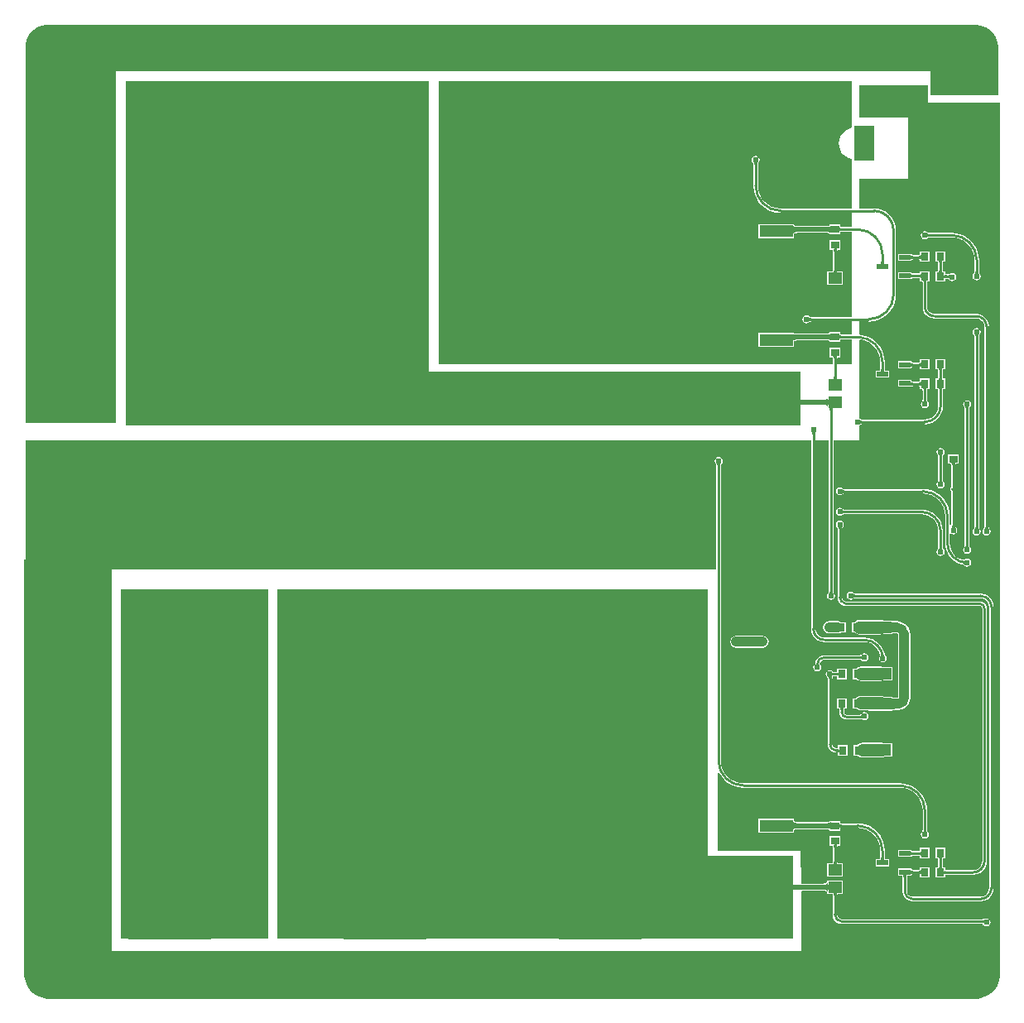
<source format=gbl>
G04*
G04 #@! TF.GenerationSoftware,Altium Limited,Altium Designer,20.0.2 (26)*
G04*
G04 Layer_Physical_Order=2*
G04 Layer_Color=16711680*
%FSLAX25Y25*%
%MOIN*%
G70*
G01*
G75*
%ADD12C,0.01000*%
%ADD18R,0.04724X0.01968*%
%ADD19R,0.03150X0.03347*%
%ADD20R,0.03347X0.03150*%
%ADD22R,0.05787X0.04567*%
%ADD24R,0.13465X0.04921*%
%ADD27R,0.33465X0.35433*%
%ADD43C,0.04000*%
%ADD44C,0.02000*%
%ADD45C,0.05000*%
%ADD46R,0.11811X0.23622*%
%ADD47R,0.11811X0.23622*%
%ADD48R,0.14173X0.07874*%
%ADD49R,0.07874X0.14173*%
%ADD50C,0.13780*%
%ADD51C,0.02400*%
%ADD52R,0.25591X0.23622*%
%ADD53R,0.08661X0.04724*%
G36*
X127953Y510827D02*
X500827Y510827D01*
X501812D01*
X503744Y510442D01*
X505563Y509689D01*
X507201Y508594D01*
X508594Y507201D01*
X509689Y505563D01*
X510442Y503744D01*
X510827Y501812D01*
Y500827D01*
Y482283D01*
X483268D01*
X483268Y492126D01*
X155512D01*
Y350394D01*
X119095D01*
Y501968D01*
X119095D01*
X119095Y501968D01*
X119095Y502841D01*
X119435Y504552D01*
X120103Y506164D01*
X121072Y507615D01*
X122306Y508849D01*
X123757Y509819D01*
X125369Y510486D01*
X127080Y510827D01*
X127953Y510827D01*
D02*
G37*
G36*
X413767Y455373D02*
X413710Y455297D01*
X413659Y455216D01*
X413615Y455130D01*
X413577Y455037D01*
X413547Y454939D01*
X413523Y454835D01*
X413506Y454725D01*
X413495Y454610D01*
X413492Y454488D01*
X412492D01*
X412489Y454610D01*
X412478Y454725D01*
X412462Y454835D01*
X412438Y454939D01*
X412407Y455037D01*
X412370Y455130D01*
X412325Y455216D01*
X412275Y455297D01*
X412217Y455373D01*
X412152Y455442D01*
X413832D01*
X413767Y455373D01*
D02*
G37*
G36*
X451772Y469231D02*
X451520Y469206D01*
X450331Y468846D01*
X449236Y468260D01*
X448276Y467472D01*
X447488Y466512D01*
X446902Y465417D01*
X446542Y464228D01*
X446420Y462992D01*
X446542Y461756D01*
X446902Y460567D01*
X447488Y459472D01*
X448276Y458512D01*
X449236Y457724D01*
X450331Y457138D01*
X451520Y456778D01*
X451772Y456753D01*
Y436744D01*
X422992D01*
X422954Y436737D01*
X421218Y436908D01*
X419512Y437425D01*
X417940Y438266D01*
X416562Y439396D01*
X415431Y440774D01*
X414591Y442347D01*
X414073Y444053D01*
X413902Y445788D01*
X413910Y445827D01*
Y454442D01*
X413925Y454476D01*
X413928Y454585D01*
X413936Y454673D01*
X413948Y454753D01*
X413965Y454826D01*
X413985Y454891D01*
X414009Y454950D01*
X414036Y455002D01*
X414065Y455050D01*
X414099Y455093D01*
X414149Y455148D01*
X414152Y455156D01*
X414499Y455675D01*
X414623Y456299D01*
X414499Y456923D01*
X414146Y457453D01*
X413616Y457806D01*
X412992Y457931D01*
X412368Y457806D01*
X411839Y457453D01*
X411485Y456923D01*
X411361Y456299D01*
X411485Y455675D01*
X411832Y455156D01*
X411835Y455148D01*
X411886Y455093D01*
X411919Y455050D01*
X411949Y455002D01*
X411975Y454950D01*
X411999Y454891D01*
X412019Y454826D01*
X412036Y454753D01*
X412048Y454673D01*
X412056Y454585D01*
X412059Y454476D01*
X412075Y454442D01*
Y445827D01*
X412058D01*
X412193Y444116D01*
X412594Y442448D01*
X413250Y440863D01*
X414147Y439400D01*
X415261Y438096D01*
X416566Y436981D01*
X418028Y436085D01*
X419613Y435428D01*
X421282Y435028D01*
X422992Y434893D01*
Y434909D01*
X451772D01*
Y429243D01*
X447787D01*
X447750Y429258D01*
X447495Y429260D01*
X447378Y429263D01*
X447238Y429275D01*
X447125Y429294D01*
X447042Y429317D01*
X446989Y429338D01*
X446976Y429346D01*
X446974Y429371D01*
X446955Y429405D01*
Y430300D01*
X443321D01*
X443300Y430314D01*
X443259Y430305D01*
X443221Y430321D01*
X442809Y430300D01*
Y430080D01*
X442809D01*
Y430080D01*
X442385Y429836D01*
X442193Y429807D01*
X441582Y429764D01*
X441214Y429759D01*
X441202Y429753D01*
X430000D01*
X429988Y429758D01*
X429617Y429765D01*
X429298Y429784D01*
X429024Y429815D01*
X428798Y429857D01*
X428726Y429877D01*
X428392Y430199D01*
Y430199D01*
X428392D01*
Y430420D01*
X427980Y430441D01*
X427954Y430430D01*
X427914Y430436D01*
X427888Y430420D01*
X414128D01*
Y424698D01*
X428392D01*
Y426246D01*
X428411Y426280D01*
X428425Y426419D01*
X428450Y426490D01*
X428492Y426553D01*
X428563Y426619D01*
X428676Y426688D01*
X428839Y426755D01*
X429052Y426812D01*
X429315Y426856D01*
X429625Y426883D01*
X429991Y426893D01*
X430004Y426898D01*
X441195D01*
X441207Y426893D01*
X441914Y426871D01*
X442188Y426845D01*
X442385Y426815D01*
X442809Y426571D01*
Y426571D01*
X442809D01*
Y426351D01*
X443221Y426330D01*
X443259Y426346D01*
X443300Y426337D01*
X443321Y426351D01*
X446955D01*
Y427246D01*
X446974Y427280D01*
X446976Y427305D01*
X446989Y427313D01*
X447042Y427334D01*
X447125Y427357D01*
X447238Y427376D01*
X447378Y427388D01*
X447495Y427391D01*
X447750Y427393D01*
X447787Y427408D01*
X451772D01*
Y417717D01*
Y393044D01*
X435322D01*
X435288Y393059D01*
X435179Y393062D01*
X435091Y393070D01*
X435010Y393082D01*
X434938Y393099D01*
X434872Y393119D01*
X434814Y393143D01*
X434761Y393169D01*
X434714Y393199D01*
X434671Y393232D01*
X434616Y393283D01*
X434608Y393286D01*
X434089Y393633D01*
X433465Y393757D01*
X432840Y393633D01*
X432311Y393280D01*
X431957Y392750D01*
X431833Y392126D01*
X431957Y391502D01*
X432311Y390972D01*
X432840Y390619D01*
X433465Y390495D01*
X434089Y390619D01*
X434608Y390966D01*
X434616Y390969D01*
X434671Y391020D01*
X434714Y391053D01*
X434761Y391083D01*
X434814Y391109D01*
X434872Y391133D01*
X434938Y391153D01*
X435010Y391170D01*
X435091Y391182D01*
X435179Y391190D01*
X435288Y391193D01*
X435322Y391208D01*
X451772D01*
Y385936D01*
X447787D01*
X447750Y385951D01*
X447495Y385953D01*
X447378Y385956D01*
X447238Y385968D01*
X447125Y385987D01*
X447042Y386010D01*
X446989Y386031D01*
X446976Y386039D01*
X446974Y386064D01*
X446955Y386098D01*
Y386993D01*
X443321D01*
X443300Y387007D01*
X443259Y386998D01*
X443221Y387014D01*
X442809Y386993D01*
Y386773D01*
X442809D01*
Y386773D01*
X442385Y386529D01*
X442193Y386500D01*
X441582Y386457D01*
X441214Y386451D01*
X441202Y386446D01*
X430000D01*
X429987Y386451D01*
X429277Y386463D01*
X428739Y386496D01*
X428543Y386519D01*
X428394Y386545D01*
X428392Y386546D01*
X428392Y386719D01*
X427980Y386740D01*
X427930Y386719D01*
X427892Y386719D01*
X414128D01*
Y380998D01*
X428392D01*
Y382939D01*
X428411Y382973D01*
X428425Y383112D01*
X428450Y383183D01*
X428492Y383246D01*
X428563Y383312D01*
X428676Y383381D01*
X428839Y383447D01*
X429052Y383505D01*
X429315Y383549D01*
X429625Y383576D01*
X429991Y383586D01*
X430004Y383591D01*
X441195D01*
X441207Y383586D01*
X441914Y383564D01*
X442188Y383538D01*
X442385Y383508D01*
X442809Y383264D01*
Y383264D01*
X442809D01*
Y383044D01*
X443221Y383023D01*
X443259Y383039D01*
X443300Y383030D01*
X443321Y383044D01*
X446955D01*
Y383939D01*
X446974Y383973D01*
X446976Y383998D01*
X446989Y384006D01*
X447042Y384027D01*
X447125Y384050D01*
X447238Y384069D01*
X447378Y384081D01*
X447495Y384084D01*
X447750Y384085D01*
X447787Y384101D01*
X451772D01*
Y374016D01*
X445799D01*
Y376153D01*
X445815Y376187D01*
X445819Y376366D01*
X445832Y376508D01*
X445851Y376623D01*
X445873Y376709D01*
X445895Y376763D01*
X445904Y376777D01*
X445928Y376780D01*
X445940Y376786D01*
X446955D01*
Y380736D01*
X442809D01*
Y376786D01*
X443824D01*
X443836Y376780D01*
X443860Y376777D01*
X443868Y376763D01*
X443890Y376709D01*
X443913Y376623D01*
X443932Y376508D01*
X443944Y376366D01*
X443949Y376187D01*
X443964Y376153D01*
Y374016D01*
X285433D01*
Y488189D01*
X451772D01*
Y469231D01*
D02*
G37*
G36*
X446553Y429231D02*
X446583Y429146D01*
X446633Y429071D01*
X446703Y429006D01*
X446793Y428951D01*
X446903Y428906D01*
X447033Y428871D01*
X447183Y428846D01*
X447353Y428831D01*
X447488Y428827D01*
X447748Y428826D01*
Y427826D01*
X447488Y427824D01*
X447353Y427821D01*
X447183Y427806D01*
X447033Y427781D01*
X446903Y427746D01*
X446793Y427701D01*
X446703Y427646D01*
X446633Y427581D01*
X446583Y427506D01*
X446553Y427421D01*
X446543Y427326D01*
Y427768D01*
X445870Y427724D01*
X445741Y427693D01*
X445648Y427657D01*
X445589Y427618D01*
Y429033D01*
X445648Y428994D01*
X445741Y428958D01*
X445870Y428927D01*
X446034Y428900D01*
X446466Y428859D01*
X446543Y428856D01*
Y429326D01*
X446553Y429231D01*
D02*
G37*
G36*
X443221Y426763D02*
X443201Y426870D01*
X443141Y426965D01*
X443041Y427050D01*
X442901Y427123D01*
X442721Y427185D01*
X442501Y427236D01*
X442241Y427275D01*
X441941Y427303D01*
X441221Y427326D01*
Y429326D01*
X441601Y429331D01*
X442241Y429376D01*
X442501Y429416D01*
X442721Y429466D01*
X442901Y429528D01*
X443041Y429601D01*
X443141Y429686D01*
X443201Y429781D01*
X443221Y429888D01*
Y426763D01*
D02*
G37*
G36*
X428000Y429878D02*
X428060Y429762D01*
X428160Y429660D01*
X428300Y429571D01*
X428480Y429496D01*
X428700Y429435D01*
X428960Y429387D01*
X429260Y429353D01*
X429600Y429332D01*
X429980Y429326D01*
Y427326D01*
X429600Y427316D01*
X429260Y427285D01*
X428960Y427236D01*
X428700Y427166D01*
X428480Y427076D01*
X428300Y426966D01*
X428160Y426835D01*
X428060Y426685D01*
X428000Y426515D01*
X427980Y426326D01*
Y430008D01*
X428000Y429878D01*
D02*
G37*
G36*
X464509Y415166D02*
X464524Y414994D01*
X464549Y414842D01*
X464584Y414710D01*
X464629Y414599D01*
X464684Y414508D01*
X464749Y414437D01*
X464824Y414387D01*
X464909Y414356D01*
X465004Y414346D01*
X463004D01*
X463099Y414356D01*
X463184Y414387D01*
X463259Y414437D01*
X463324Y414508D01*
X463379Y414599D01*
X463424Y414710D01*
X463459Y414842D01*
X463484Y414994D01*
X463499Y415166D01*
X463504Y415358D01*
X464504D01*
X464509Y415166D01*
D02*
G37*
G36*
X434391Y392901D02*
X434466Y392844D01*
X434547Y392793D01*
X434634Y392748D01*
X434727Y392711D01*
X434825Y392680D01*
X434929Y392657D01*
X435039Y392640D01*
X435154Y392629D01*
X435275Y392626D01*
Y391626D01*
X435154Y391623D01*
X435039Y391612D01*
X434929Y391595D01*
X434825Y391572D01*
X434727Y391541D01*
X434634Y391504D01*
X434547Y391459D01*
X434466Y391408D01*
X434391Y391351D01*
X434321Y391286D01*
Y392966D01*
X434391Y392901D01*
D02*
G37*
G36*
X482283Y479331D02*
X511417D01*
X511417Y128504D01*
X511417Y127519D01*
X511033Y125587D01*
X510279Y123767D01*
X509185Y122129D01*
X507792Y120736D01*
X506154Y119642D01*
X504334Y118888D01*
X502402Y118504D01*
X501417Y118504D01*
X128504D01*
X127519Y118504D01*
X125587Y118888D01*
X123767Y119642D01*
X122129Y120736D01*
X120736Y122129D01*
X119642Y123767D01*
X118888Y125587D01*
X118504Y127519D01*
X118504Y128504D01*
Y295276D01*
X119095D01*
X119095Y343504D01*
X397638Y343504D01*
Y343504D01*
X435303D01*
Y267323D01*
X435275D01*
X435455Y265957D01*
X435982Y264685D01*
X436821Y263592D01*
X437913Y262754D01*
X439186Y262227D01*
X440551Y262047D01*
Y262074D01*
X456693D01*
Y262074D01*
X457973Y261948D01*
X459204Y261574D01*
X460338Y260968D01*
X461333Y260152D01*
X462149Y259157D01*
X462755Y258023D01*
X463053Y257043D01*
X463059Y256999D01*
X463063Y256930D01*
X463061Y256868D01*
X463053Y256813D01*
X463041Y256763D01*
X463024Y256716D01*
X463002Y256671D01*
X462975Y256627D01*
X462927Y256566D01*
X462907Y256497D01*
X462666Y256136D01*
X462542Y255512D01*
X462666Y254888D01*
X463020Y254358D01*
X463549Y254005D01*
X464173Y253881D01*
X464797Y254005D01*
X465327Y254358D01*
X465680Y254888D01*
X465805Y255512D01*
X465680Y256136D01*
X465327Y256665D01*
X465251Y256716D01*
X465234Y256753D01*
X465183Y256800D01*
X465146Y256839D01*
X465110Y256886D01*
X465074Y256940D01*
X465038Y257002D01*
X465003Y257073D01*
X464972Y257148D01*
X464908Y257342D01*
X464880Y257451D01*
X464850Y257490D01*
X464473Y258734D01*
X463695Y260190D01*
X462647Y261466D01*
X461371Y262513D01*
X459915Y263292D01*
X458336Y263771D01*
X456693Y263933D01*
Y263910D01*
X440551D01*
Y263913D01*
X439669Y264029D01*
X438846Y264370D01*
X438140Y264912D01*
X437598Y265618D01*
X437257Y266440D01*
X437141Y267323D01*
X437138D01*
Y343504D01*
X442389D01*
Y282565D01*
X442374Y282532D01*
X442371Y282423D01*
X442364Y282335D01*
X442351Y282255D01*
X442334Y282182D01*
X442314Y282117D01*
X442290Y282058D01*
X442264Y282006D01*
X442234Y281958D01*
X442201Y281915D01*
X442150Y281860D01*
X442147Y281852D01*
X441800Y281333D01*
X441676Y280709D01*
X441800Y280084D01*
X442154Y279555D01*
X442683Y279202D01*
X443307Y279077D01*
X443931Y279202D01*
X444461Y279555D01*
X444814Y280084D01*
X444938Y280709D01*
X444814Y281333D01*
X444467Y281852D01*
X444464Y281860D01*
X444414Y281915D01*
X444380Y281958D01*
X444351Y282006D01*
X444324Y282058D01*
X444300Y282116D01*
X444280Y282182D01*
X444263Y282255D01*
X444251Y282335D01*
X444243Y282423D01*
X444240Y282532D01*
X444225Y282565D01*
Y343504D01*
X454724D01*
Y349389D01*
X455081Y349627D01*
X455089Y349630D01*
X455143Y349681D01*
X455187Y349714D01*
X455234Y349744D01*
X455286Y349771D01*
X455345Y349794D01*
X455410Y349815D01*
X455483Y349831D01*
X455563Y349844D01*
X455652Y349852D01*
X455760Y349855D01*
X455794Y349870D01*
X481102D01*
Y349853D01*
X482514Y349992D01*
X483871Y350403D01*
X485121Y351072D01*
X486218Y351971D01*
X487117Y353068D01*
X487786Y354318D01*
X488197Y355675D01*
X488336Y357087D01*
X488319D01*
Y363435D01*
X488334Y363469D01*
X488339Y363646D01*
X488351Y363786D01*
X488370Y363898D01*
X488393Y363982D01*
X488414Y364034D01*
X488422Y364047D01*
X488447Y364050D01*
X488481Y364069D01*
X489356D01*
Y368215D01*
X488439D01*
X488426Y368221D01*
X488403Y368224D01*
X488394Y368238D01*
X488372Y368292D01*
X488349Y368378D01*
X488331Y368493D01*
X488318Y368635D01*
X488313Y368814D01*
X488298Y368848D01*
Y371309D01*
X488313Y371343D01*
X488318Y371520D01*
X488331Y371660D01*
X488349Y371773D01*
X488372Y371856D01*
X488393Y371908D01*
X488401Y371921D01*
X488426Y371924D01*
X488460Y371942D01*
X489356D01*
Y376089D01*
X485406D01*
Y371942D01*
X486301D01*
X486335Y371924D01*
X486360Y371921D01*
X486368Y371908D01*
X486390Y371856D01*
X486412Y371773D01*
X486431Y371660D01*
X486443Y371520D01*
X486448Y371343D01*
X486463Y371309D01*
Y368848D01*
X486448Y368814D01*
X486443Y368635D01*
X486431Y368493D01*
X486412Y368378D01*
X486389Y368292D01*
X486367Y368238D01*
X486359Y368224D01*
X486335Y368221D01*
X486323Y368215D01*
X485406D01*
Y364069D01*
X486322D01*
X486356Y364050D01*
X486381Y364047D01*
X486389Y364034D01*
X486411Y363982D01*
X486433Y363898D01*
X486452Y363786D01*
X486464Y363646D01*
X486469Y363469D01*
X486484Y363435D01*
Y357087D01*
X486492Y357045D01*
X486314Y355690D01*
X485775Y354389D01*
X484917Y353272D01*
X483800Y352414D01*
X482499Y351875D01*
X481144Y351697D01*
X481102Y351705D01*
X455794D01*
X455760Y351720D01*
X455652Y351723D01*
X455563Y351731D01*
X455483Y351744D01*
X455410Y351760D01*
X455345Y351781D01*
X455286Y351804D01*
X455234Y351831D01*
X455187Y351861D01*
X455143Y351894D01*
X455089Y351945D01*
X455081Y351948D01*
X454724Y352186D01*
Y383669D01*
X455095Y384005D01*
X455778Y383938D01*
X457484Y383420D01*
X459056Y382580D01*
X460434Y381449D01*
X461565Y380071D01*
X462405Y378499D01*
X462923Y376793D01*
X463094Y375057D01*
X463086Y375019D01*
Y372096D01*
X463071Y372062D01*
X463066Y371883D01*
X463054Y371741D01*
X463035Y371626D01*
X463012Y371541D01*
X462991Y371486D01*
X462982Y371472D01*
X462958Y371469D01*
X462946Y371463D01*
X461242D01*
Y368694D01*
X466766D01*
Y371463D01*
X465062D01*
X465050Y371469D01*
X465026Y371472D01*
X465017Y371486D01*
X464995Y371541D01*
X464973Y371626D01*
X464954Y371741D01*
X464941Y371883D01*
X464937Y372062D01*
X464922Y372096D01*
Y375019D01*
X464938D01*
X464803Y376729D01*
X464402Y378397D01*
X463746Y379982D01*
X462850Y381445D01*
X461735Y382750D01*
X460431Y383864D01*
X458968Y384760D01*
X457383Y385417D01*
X455714Y385818D01*
X454724Y385895D01*
Y391208D01*
X458504D01*
Y391192D01*
X460214Y391327D01*
X461883Y391727D01*
X463468Y392384D01*
X464931Y393280D01*
X466235Y394395D01*
X467349Y395699D01*
X468246Y397162D01*
X468902Y398747D01*
X469303Y400416D01*
X469438Y402126D01*
X469422D01*
Y427953D01*
X469446D01*
X469277Y429673D01*
X468775Y431327D01*
X467961Y432851D01*
X466864Y434187D01*
X465528Y435283D01*
X464004Y436098D01*
X462350Y436600D01*
X460630Y436769D01*
Y436744D01*
X454724D01*
Y448819D01*
X474409D01*
Y473425D01*
X454724D01*
Y486221D01*
X482283D01*
Y479331D01*
D02*
G37*
G36*
X446553Y385924D02*
X446583Y385839D01*
X446633Y385764D01*
X446703Y385699D01*
X446793Y385644D01*
X446903Y385598D01*
X447033Y385563D01*
X447183Y385539D01*
X447353Y385524D01*
X447488Y385520D01*
X447748Y385519D01*
Y384519D01*
X447488Y384517D01*
X447353Y384513D01*
X447183Y384499D01*
X447033Y384473D01*
X446903Y384438D01*
X446793Y384394D01*
X446703Y384338D01*
X446633Y384274D01*
X446583Y384198D01*
X446553Y384114D01*
X446543Y384018D01*
Y384461D01*
X445870Y384417D01*
X445741Y384386D01*
X445648Y384350D01*
X445589Y384311D01*
Y385726D01*
X445648Y385687D01*
X445741Y385651D01*
X445870Y385620D01*
X446034Y385593D01*
X446466Y385552D01*
X446543Y385549D01*
Y386018D01*
X446553Y385924D01*
D02*
G37*
G36*
X443221Y383456D02*
X443201Y383563D01*
X443141Y383658D01*
X443041Y383743D01*
X442901Y383816D01*
X442721Y383878D01*
X442501Y383928D01*
X442241Y383968D01*
X441941Y383996D01*
X441221Y384018D01*
Y386018D01*
X441601Y386024D01*
X442241Y386069D01*
X442501Y386108D01*
X442721Y386159D01*
X442901Y386221D01*
X443041Y386294D01*
X443141Y386379D01*
X443201Y386474D01*
X443221Y386581D01*
Y383456D01*
D02*
G37*
G36*
X428000Y386252D02*
X428060Y386203D01*
X428160Y386160D01*
X428300Y386122D01*
X428480Y386091D01*
X428700Y386065D01*
X429260Y386030D01*
X429980Y386018D01*
Y384018D01*
X429600Y384009D01*
X429260Y383979D01*
X428960Y383928D01*
X428700Y383858D01*
X428480Y383769D01*
X428300Y383659D01*
X428160Y383528D01*
X428060Y383379D01*
X428000Y383208D01*
X427980Y383018D01*
Y386307D01*
X428000Y386252D01*
D02*
G37*
G36*
X445787Y377200D02*
X445702Y377170D01*
X445627Y377119D01*
X445562Y377048D01*
X445507Y376957D01*
X445462Y376846D01*
X445427Y376714D01*
X445402Y376563D01*
X445387Y376391D01*
X445382Y376198D01*
X444382D01*
X444377Y376391D01*
X444362Y376563D01*
X444337Y376714D01*
X444302Y376846D01*
X444257Y376957D01*
X444202Y377048D01*
X444137Y377119D01*
X444062Y377170D01*
X443977Y377200D01*
X443882Y377210D01*
X445882D01*
X445787Y377200D01*
D02*
G37*
G36*
X488286Y372344D02*
X488201Y372315D01*
X488126Y372265D01*
X488061Y372195D01*
X488006Y372105D01*
X487961Y371994D01*
X487926Y371865D01*
X487901Y371714D01*
X487886Y371545D01*
X487881Y371355D01*
X486881D01*
X486876Y371545D01*
X486861Y371714D01*
X486836Y371865D01*
X486801Y371994D01*
X486756Y372105D01*
X486701Y372195D01*
X486636Y372265D01*
X486561Y372315D01*
X486476Y372344D01*
X486381Y372355D01*
X488381D01*
X488286Y372344D01*
D02*
G37*
G36*
X464509Y371859D02*
X464524Y371687D01*
X464549Y371535D01*
X464584Y371403D01*
X464629Y371292D01*
X464684Y371201D01*
X464749Y371130D01*
X464824Y371079D01*
X464909Y371049D01*
X465004Y371039D01*
X463004D01*
X463099Y371049D01*
X463184Y371079D01*
X463259Y371130D01*
X463324Y371201D01*
X463379Y371292D01*
X463424Y371403D01*
X463459Y371535D01*
X463484Y371687D01*
X463499Y371859D01*
X463504Y372051D01*
X464504D01*
X464509Y371859D01*
D02*
G37*
G36*
X445387Y368788D02*
X445402Y368616D01*
X445427Y368464D01*
X445462Y368332D01*
X445507Y368221D01*
X445562Y368130D01*
X445627Y368059D01*
X445702Y368009D01*
X445787Y367978D01*
X445882Y367968D01*
X443882D01*
X443977Y367978D01*
X444062Y368009D01*
X444137Y368059D01*
X444202Y368130D01*
X444257Y368221D01*
X444302Y368332D01*
X444337Y368464D01*
X444362Y368616D01*
X444377Y368788D01*
X444382Y368980D01*
X445382D01*
X445387Y368788D01*
D02*
G37*
G36*
X487886Y368611D02*
X487901Y368439D01*
X487926Y368287D01*
X487961Y368155D01*
X488006Y368044D01*
X488061Y367953D01*
X488126Y367882D01*
X488201Y367831D01*
X488286Y367801D01*
X488381Y367791D01*
X486381D01*
X486476Y367801D01*
X486561Y367831D01*
X486636Y367882D01*
X486701Y367953D01*
X486756Y368044D01*
X486801Y368155D01*
X486836Y368287D01*
X486861Y368439D01*
X486876Y368611D01*
X486881Y368803D01*
X487881D01*
X487886Y368611D01*
D02*
G37*
G36*
X488307Y364471D02*
X488222Y364440D01*
X488147Y364390D01*
X488082Y364320D01*
X488027Y364230D01*
X487982Y364121D01*
X487947Y363990D01*
X487922Y363841D01*
X487907Y363670D01*
X487902Y363480D01*
X486902D01*
X486897Y363670D01*
X486882Y363841D01*
X486857Y363990D01*
X486822Y364121D01*
X486777Y364230D01*
X486722Y364320D01*
X486657Y364390D01*
X486582Y364440D01*
X486497Y364471D01*
X486402Y364480D01*
X488402D01*
X488307Y364471D01*
D02*
G37*
G36*
X442000Y356701D02*
X441980Y356891D01*
X441920Y357061D01*
X441820Y357211D01*
X441680Y357341D01*
X441500Y357451D01*
X441280Y357541D01*
X441020Y357611D01*
X440720Y357661D01*
X440380Y357691D01*
X440000Y357701D01*
Y359701D01*
X440380Y359711D01*
X440720Y359741D01*
X441020Y359791D01*
X441280Y359861D01*
X441500Y359951D01*
X441680Y360061D01*
X441820Y360191D01*
X441920Y360341D01*
X441980Y360511D01*
X442000Y360701D01*
Y356701D01*
D02*
G37*
G36*
X444212Y356431D02*
X444127Y356401D01*
X444052Y356350D01*
X443987Y356279D01*
X443932Y356188D01*
X443887Y356077D01*
X443852Y355945D01*
X443827Y355794D01*
X443812Y355622D01*
X443807Y355429D01*
X442807D01*
X442802Y355622D01*
X442787Y355794D01*
X442762Y355945D01*
X442727Y356077D01*
X442682Y356188D01*
X442627Y356279D01*
X442562Y356350D01*
X442487Y356401D01*
X442402Y356431D01*
X442307Y356441D01*
X444307D01*
X444212Y356431D01*
D02*
G37*
G36*
X454864Y351563D02*
X454939Y351505D01*
X455020Y351454D01*
X455107Y351410D01*
X455199Y351372D01*
X455297Y351342D01*
X455401Y351318D01*
X455511Y351301D01*
X455627Y351291D01*
X455748Y351287D01*
Y350287D01*
X455627Y350284D01*
X455511Y350274D01*
X455401Y350257D01*
X455297Y350233D01*
X455199Y350202D01*
X455107Y350165D01*
X455020Y350121D01*
X454939Y350070D01*
X454864Y350012D01*
X454794Y349947D01*
Y351627D01*
X454864Y351563D01*
D02*
G37*
G36*
X281496Y371063D02*
X431102D01*
Y349410D01*
X159449D01*
Y488189D01*
X281496D01*
Y371063D01*
D02*
G37*
G36*
X436996Y346711D02*
X436938Y346636D01*
X436887Y346555D01*
X436843Y346468D01*
X436805Y346376D01*
X436775Y346277D01*
X436751Y346174D01*
X436734Y346064D01*
X436724Y345948D01*
X436721Y345827D01*
X435720D01*
X435717Y345948D01*
X435707Y346064D01*
X435690Y346174D01*
X435666Y346277D01*
X435636Y346376D01*
X435598Y346468D01*
X435554Y346555D01*
X435503Y346636D01*
X435445Y346711D01*
X435381Y346781D01*
X437060D01*
X436996Y346711D01*
D02*
G37*
G36*
X443811Y282398D02*
X443821Y282283D01*
X443838Y282173D01*
X443861Y282069D01*
X443892Y281971D01*
X443929Y281878D01*
X443974Y281791D01*
X444025Y281710D01*
X444082Y281635D01*
X444147Y281566D01*
X442467D01*
X442532Y281635D01*
X442590Y281710D01*
X442640Y281791D01*
X442685Y281878D01*
X442722Y281971D01*
X442753Y282069D01*
X442776Y282173D01*
X442794Y282283D01*
X442804Y282398D01*
X442807Y282520D01*
X443807D01*
X443811Y282398D01*
D02*
G37*
G36*
X464492Y257220D02*
X464566Y256996D01*
X464609Y256894D01*
X464655Y256799D01*
X464705Y256712D01*
X464759Y256632D01*
X464816Y256558D01*
X464877Y256492D01*
X464942Y256433D01*
X463267Y256299D01*
X463329Y256378D01*
X463381Y256460D01*
X463424Y256547D01*
X463456Y256638D01*
X463479Y256733D01*
X463493Y256832D01*
X463496Y256935D01*
X463490Y257042D01*
X463474Y257153D01*
X463449Y257267D01*
X464460Y257343D01*
X464492Y257220D01*
D02*
G37*
%LPC*%
G36*
X446955Y424043D02*
X442809D01*
Y420093D01*
X443824D01*
X443836Y420087D01*
X443860Y420084D01*
X443868Y420070D01*
X443890Y420016D01*
X443913Y419930D01*
X443932Y419815D01*
X443944Y419673D01*
X443949Y419494D01*
X443964Y419460D01*
Y411900D01*
X443949Y411865D01*
X443944Y411686D01*
X443932Y411544D01*
X443913Y411429D01*
X443890Y411344D01*
X443868Y411290D01*
X443860Y411275D01*
X443836Y411273D01*
X443824Y411266D01*
X441588D01*
Y405899D01*
X448176D01*
Y411266D01*
X445940D01*
X445928Y411273D01*
X445904Y411275D01*
X445895Y411290D01*
X445873Y411344D01*
X445851Y411429D01*
X445832Y411544D01*
X445819Y411686D01*
X445815Y411865D01*
X445799Y411900D01*
Y419460D01*
X445815Y419494D01*
X445819Y419673D01*
X445832Y419815D01*
X445851Y419930D01*
X445873Y420016D01*
X445895Y420070D01*
X445904Y420084D01*
X445928Y420087D01*
X445940Y420093D01*
X446955D01*
Y424043D01*
D02*
G37*
%LPD*%
G36*
X445787Y420507D02*
X445702Y420477D01*
X445627Y420426D01*
X445562Y420355D01*
X445507Y420264D01*
X445462Y420153D01*
X445427Y420021D01*
X445402Y419870D01*
X445387Y419698D01*
X445382Y419505D01*
X444382D01*
X444377Y419698D01*
X444362Y419870D01*
X444337Y420021D01*
X444302Y420153D01*
X444257Y420264D01*
X444202Y420355D01*
X444137Y420426D01*
X444062Y420477D01*
X443977Y420507D01*
X443882Y420517D01*
X445882D01*
X445787Y420507D01*
D02*
G37*
G36*
X445387Y411662D02*
X445402Y411490D01*
X445427Y411338D01*
X445462Y411206D01*
X445507Y411095D01*
X445562Y411004D01*
X445627Y410933D01*
X445702Y410883D01*
X445787Y410852D01*
X445882Y410842D01*
X443882D01*
X443977Y410852D01*
X444062Y410883D01*
X444137Y410933D01*
X444202Y411004D01*
X444257Y411095D01*
X444302Y411206D01*
X444337Y411338D01*
X444362Y411490D01*
X444377Y411662D01*
X444382Y411854D01*
X445382D01*
X445387Y411662D01*
D02*
G37*
%LPC*%
G36*
X483098Y419396D02*
X479148D01*
Y418184D01*
X479142Y418172D01*
X479139Y418148D01*
X479125Y418139D01*
X479071Y418118D01*
X478986Y418095D01*
X478871Y418076D01*
X478728Y418063D01*
X478549Y418059D01*
X478515Y418044D01*
X476399D01*
X476365Y418059D01*
X476187Y418063D01*
X475766Y418290D01*
Y418290D01*
X475766D01*
X475766Y418510D01*
X475354Y418531D01*
X475344Y418527D01*
X475306Y418529D01*
X475273Y418510D01*
X470242D01*
Y415742D01*
X475266D01*
X475273Y415742D01*
X475306Y415723D01*
X475344Y415725D01*
X475354Y415721D01*
X475766Y415742D01*
Y415962D01*
X475766D01*
Y415962D01*
X476187Y416189D01*
X476365Y416193D01*
X476399Y416208D01*
X478515D01*
X478549Y416193D01*
X478728Y416188D01*
X478871Y416176D01*
X478986Y416157D01*
X479071Y416135D01*
X479125Y416113D01*
X479139Y416104D01*
X479142Y416080D01*
X479148Y416068D01*
Y415250D01*
X483098D01*
Y419396D01*
D02*
G37*
G36*
Y411522D02*
X479148D01*
Y410704D01*
X479142Y410691D01*
X479139Y410668D01*
X479125Y410659D01*
X479071Y410637D01*
X478986Y410614D01*
X478871Y410596D01*
X478728Y410583D01*
X478549Y410578D01*
X478515Y410563D01*
X476399D01*
X476365Y410578D01*
X476187Y410583D01*
X475766Y410810D01*
Y410810D01*
X475766D01*
X475766Y411030D01*
X475354Y411051D01*
X475344Y411047D01*
X475306Y411048D01*
X475273Y411030D01*
X470242D01*
Y408261D01*
X475266D01*
X475273Y408261D01*
X475306Y408243D01*
X475344Y408245D01*
X475354Y408240D01*
X475766Y408261D01*
Y408482D01*
X475766D01*
Y408482D01*
X476187Y408708D01*
X476365Y408713D01*
X476399Y408728D01*
X478515D01*
X478549Y408713D01*
X478728Y408708D01*
X478871Y408696D01*
X478986Y408677D01*
X479071Y408654D01*
X479125Y408632D01*
X479139Y408624D01*
X479142Y408600D01*
X479148Y408588D01*
Y407376D01*
X480044D01*
X480078Y407357D01*
X480103Y407354D01*
X480111Y407341D01*
X480132Y407289D01*
X480155Y407205D01*
X480173Y407093D01*
X480186Y406953D01*
X480191Y406776D01*
X480206Y406742D01*
Y397223D01*
X480182D01*
X480347Y395966D01*
X480832Y394794D01*
X481604Y393788D01*
X482611Y393016D01*
X483782Y392531D01*
X485039Y392366D01*
Y392389D01*
X501968D01*
Y392383D01*
X502748Y392280D01*
X503475Y391979D01*
X504099Y391500D01*
X504578Y390877D01*
X504879Y390150D01*
X504981Y389370D01*
X504988D01*
Y308550D01*
X504973Y308516D01*
X504970Y308408D01*
X504962Y308319D01*
X504949Y308239D01*
X504933Y308166D01*
X504912Y308101D01*
X504889Y308042D01*
X504862Y307990D01*
X504832Y307942D01*
X504799Y307899D01*
X504748Y307845D01*
X504745Y307837D01*
X504398Y307317D01*
X504274Y306693D01*
X504398Y306069D01*
X504752Y305539D01*
X505281Y305186D01*
X505905Y305062D01*
X506530Y305186D01*
X507059Y305539D01*
X507413Y306069D01*
X507537Y306693D01*
X507413Y307317D01*
X507066Y307837D01*
X507063Y307845D01*
X507012Y307899D01*
X506979Y307942D01*
X506949Y307990D01*
X506922Y308042D01*
X506899Y308101D01*
X506878Y308166D01*
X506862Y308239D01*
X506849Y308319D01*
X506841Y308408D01*
X506838Y308516D01*
X506823Y308550D01*
Y389370D01*
X506847D01*
X506681Y390633D01*
X506194Y391810D01*
X505418Y392820D01*
X504408Y393595D01*
X503231Y394083D01*
X501968Y394249D01*
Y394225D01*
X485039D01*
Y394232D01*
X484265Y394333D01*
X483543Y394632D01*
X482924Y395108D01*
X482448Y395727D01*
X482150Y396449D01*
X482048Y397223D01*
X482041D01*
Y406742D01*
X482056Y406776D01*
X482061Y406953D01*
X482073Y407093D01*
X482092Y407205D01*
X482114Y407289D01*
X482136Y407341D01*
X482144Y407354D01*
X482169Y407357D01*
X482203Y407376D01*
X483098D01*
Y411522D01*
D02*
G37*
G36*
X481102Y427616D02*
X480478Y427491D01*
X479949Y427138D01*
X479595Y426609D01*
X479471Y425984D01*
X479595Y425360D01*
X479949Y424831D01*
X480478Y424477D01*
X481102Y424353D01*
X481727Y424477D01*
X482246Y424824D01*
X482254Y424827D01*
X482309Y424878D01*
X482352Y424911D01*
X482399Y424941D01*
X482452Y424967D01*
X482510Y424991D01*
X482576Y425011D01*
X482648Y425028D01*
X482729Y425041D01*
X482817Y425048D01*
X482925Y425051D01*
X482959Y425067D01*
X491968D01*
X492007Y425074D01*
X493743Y424903D01*
X495448Y424386D01*
X497021Y423546D01*
X498399Y422414D01*
X499530Y421036D01*
X500370Y419464D01*
X500888Y417758D01*
X501058Y416023D01*
X501051Y415984D01*
Y411306D01*
X501036Y411272D01*
X501033Y411164D01*
X501025Y411075D01*
X501012Y410995D01*
X500996Y410922D01*
X500975Y410857D01*
X500952Y410798D01*
X500925Y410746D01*
X500895Y410698D01*
X500862Y410655D01*
X500811Y410601D01*
X500808Y410592D01*
X500461Y410073D01*
X500337Y409449D01*
X500461Y408824D01*
X500815Y408295D01*
X501344Y407942D01*
X501968Y407818D01*
X502593Y407942D01*
X503122Y408295D01*
X503476Y408824D01*
X503600Y409449D01*
X503476Y410073D01*
X503129Y410592D01*
X503126Y410601D01*
X503075Y410655D01*
X503042Y410698D01*
X503012Y410746D01*
X502985Y410798D01*
X502962Y410857D01*
X502941Y410922D01*
X502925Y410995D01*
X502912Y411075D01*
X502904Y411164D01*
X502901Y411272D01*
X502886Y411306D01*
Y415984D01*
X502902D01*
X502768Y417695D01*
X502367Y419363D01*
X501711Y420948D01*
X500814Y422411D01*
X499700Y423715D01*
X498395Y424830D01*
X496932Y425726D01*
X495347Y426383D01*
X493679Y426783D01*
X491968Y426918D01*
Y426902D01*
X482959D01*
X482925Y426917D01*
X482817Y426920D01*
X482729Y426928D01*
X482648Y426940D01*
X482576Y426957D01*
X482510Y426977D01*
X482452Y427001D01*
X482399Y427028D01*
X482352Y427058D01*
X482309Y427091D01*
X482254Y427141D01*
X482246Y427144D01*
X481727Y427491D01*
X481102Y427616D01*
D02*
G37*
G36*
X489356Y419396D02*
X485406D01*
Y415250D01*
X486301D01*
X486335Y415231D01*
X486360Y415228D01*
X486368Y415215D01*
X486390Y415163D01*
X486412Y415080D01*
X486431Y414967D01*
X486443Y414827D01*
X486448Y414650D01*
X486463Y414616D01*
Y412155D01*
X486448Y412121D01*
X486443Y411942D01*
X486431Y411800D01*
X486412Y411685D01*
X486389Y411600D01*
X486367Y411545D01*
X486359Y411531D01*
X486335Y411529D01*
X486323Y411522D01*
X485406D01*
Y407376D01*
X489356D01*
Y408391D01*
X489362Y408403D01*
X489364Y408427D01*
X489379Y408435D01*
X489433Y408457D01*
X489518Y408480D01*
X489633Y408499D01*
X489776Y408511D01*
X489955Y408516D01*
X489989Y408531D01*
X490163D01*
X490196Y408516D01*
X490304Y408513D01*
X490384Y408504D01*
X490451Y408491D01*
X490505Y408475D01*
X490546Y408458D01*
X490577Y408440D01*
X490600Y408423D01*
X490618Y408405D01*
X490634Y408384D01*
X490662Y408333D01*
X490709Y408295D01*
X490972Y407902D01*
X491502Y407548D01*
X492126Y407424D01*
X492750Y407548D01*
X493280Y407902D01*
X493633Y408431D01*
X493757Y409055D01*
X493633Y409679D01*
X493280Y410209D01*
X492750Y410562D01*
X492126Y410686D01*
X491502Y410562D01*
X491446Y410525D01*
X491412Y410524D01*
X491349Y410495D01*
X491293Y410474D01*
X491236Y410455D01*
X491080Y410419D01*
X491010Y410408D01*
X490706Y410383D01*
X490599Y410382D01*
X490563Y410366D01*
X489989D01*
X489955Y410382D01*
X489776Y410386D01*
X489633Y410399D01*
X489518Y410418D01*
X489433Y410440D01*
X489379Y410462D01*
X489364Y410471D01*
X489362Y410495D01*
X489356Y410507D01*
Y411522D01*
X488439D01*
X488426Y411529D01*
X488403Y411531D01*
X488394Y411545D01*
X488372Y411600D01*
X488349Y411685D01*
X488331Y411800D01*
X488318Y411942D01*
X488313Y412121D01*
X488298Y412155D01*
Y414616D01*
X488313Y414650D01*
X488318Y414827D01*
X488331Y414967D01*
X488349Y415080D01*
X488372Y415163D01*
X488393Y415215D01*
X488401Y415228D01*
X488426Y415231D01*
X488460Y415250D01*
X489356D01*
Y419396D01*
D02*
G37*
G36*
X483098Y376089D02*
X479148D01*
Y374877D01*
X479142Y374865D01*
X479139Y374841D01*
X479125Y374832D01*
X479071Y374810D01*
X478986Y374788D01*
X478871Y374769D01*
X478728Y374756D01*
X478549Y374752D01*
X478515Y374736D01*
X476399D01*
X476365Y374752D01*
X476187Y374756D01*
X475766Y374983D01*
Y374983D01*
X475766D01*
X475766Y375203D01*
X475354Y375224D01*
X475344Y375220D01*
X475306Y375221D01*
X475273Y375203D01*
X470242D01*
Y372435D01*
X475266D01*
X475273Y372435D01*
X475306Y372416D01*
X475344Y372418D01*
X475354Y372414D01*
X475766Y372435D01*
Y372655D01*
X475766D01*
Y372655D01*
X476187Y372882D01*
X476365Y372886D01*
X476399Y372901D01*
X478515D01*
X478549Y372886D01*
X478728Y372881D01*
X478871Y372869D01*
X478986Y372850D01*
X479071Y372827D01*
X479125Y372806D01*
X479139Y372797D01*
X479142Y372773D01*
X479148Y372761D01*
Y371942D01*
X483098D01*
Y376089D01*
D02*
G37*
G36*
Y368215D02*
X479148D01*
Y367200D01*
X479142Y367188D01*
X479139Y367164D01*
X479125Y367155D01*
X479071Y367133D01*
X478986Y367110D01*
X478871Y367092D01*
X478728Y367079D01*
X478549Y367074D01*
X478515Y367059D01*
X476400D01*
X476366Y367074D01*
X476189Y367079D01*
X476049Y367091D01*
X475936Y367110D01*
X475853Y367133D01*
X475800Y367154D01*
X475787Y367162D01*
X475785Y367187D01*
X475766Y367221D01*
Y367723D01*
X470242D01*
Y364954D01*
X475253D01*
X475273Y364941D01*
X475315Y364950D01*
X475354Y364933D01*
X475766Y364954D01*
Y365166D01*
X475794Y365172D01*
X475891Y365186D01*
X476182Y365206D01*
X476360Y365209D01*
X476396Y365224D01*
X478515D01*
X478549Y365209D01*
X478728Y365204D01*
X478871Y365192D01*
X478986Y365173D01*
X479071Y365150D01*
X479125Y365128D01*
X479139Y365120D01*
X479142Y365096D01*
X479148Y365084D01*
Y364069D01*
X480023D01*
X480057Y364050D01*
X480082Y364047D01*
X480090Y364034D01*
X480111Y363982D01*
X480134Y363898D01*
X480153Y363786D01*
X480165Y363646D01*
X480169Y363469D01*
X480185Y363435D01*
Y359731D01*
X480170Y359697D01*
X480166Y359589D01*
X480159Y359500D01*
X480146Y359420D01*
X480130Y359347D01*
X480109Y359282D01*
X480086Y359223D01*
X480059Y359171D01*
X480029Y359123D01*
X479996Y359080D01*
X479945Y359026D01*
X479942Y359018D01*
X479595Y358498D01*
X479471Y357874D01*
X479595Y357250D01*
X479949Y356720D01*
X480478Y356367D01*
X481102Y356243D01*
X481727Y356367D01*
X482256Y356720D01*
X482610Y357250D01*
X482734Y357874D01*
X482610Y358498D01*
X482263Y359018D01*
X482260Y359026D01*
X482209Y359080D01*
X482176Y359123D01*
X482146Y359171D01*
X482119Y359223D01*
X482095Y359282D01*
X482075Y359347D01*
X482058Y359420D01*
X482046Y359500D01*
X482038Y359589D01*
X482035Y359697D01*
X482020Y359731D01*
Y363435D01*
X482035Y363469D01*
X482040Y363646D01*
X482052Y363786D01*
X482071Y363898D01*
X482093Y363982D01*
X482115Y364034D01*
X482123Y364047D01*
X482148Y364050D01*
X482182Y364069D01*
X483098D01*
Y368215D01*
D02*
G37*
G36*
X487402Y340214D02*
X486777Y340090D01*
X486248Y339736D01*
X485894Y339207D01*
X485770Y338583D01*
X485894Y337958D01*
X486241Y337439D01*
X486244Y337431D01*
X486295Y337376D01*
X486328Y337333D01*
X486358Y337286D01*
X486385Y337233D01*
X486409Y337175D01*
X486429Y337109D01*
X486446Y337037D01*
X486458Y336956D01*
X486466Y336868D01*
X486469Y336760D01*
X486484Y336726D01*
Y327447D01*
X486469Y327414D01*
X486466Y327305D01*
X486458Y327217D01*
X486446Y327136D01*
X486429Y327064D01*
X486409Y326998D01*
X486385Y326940D01*
X486358Y326887D01*
X486328Y326840D01*
X486295Y326797D01*
X486244Y326742D01*
X486241Y326734D01*
X485894Y326215D01*
X485770Y325590D01*
X485894Y324966D01*
X486248Y324437D01*
X486777Y324083D01*
X487402Y323959D01*
X488026Y324083D01*
X488555Y324437D01*
X488909Y324966D01*
X489033Y325590D01*
X488909Y326215D01*
X488562Y326734D01*
X488559Y326742D01*
X488508Y326797D01*
X488475Y326840D01*
X488445Y326887D01*
X488418Y326940D01*
X488395Y326998D01*
X488374Y327064D01*
X488358Y327136D01*
X488345Y327217D01*
X488337Y327305D01*
X488334Y327414D01*
X488319Y327447D01*
Y336726D01*
X488334Y336760D01*
X488337Y336868D01*
X488345Y336956D01*
X488358Y337037D01*
X488374Y337109D01*
X488395Y337175D01*
X488418Y337233D01*
X488445Y337286D01*
X488475Y337333D01*
X488508Y337376D01*
X488559Y337431D01*
X488562Y337439D01*
X488909Y337958D01*
X489033Y338583D01*
X488909Y339207D01*
X488555Y339736D01*
X488026Y340090D01*
X487402Y340214D01*
D02*
G37*
G36*
X494593Y337823D02*
X490447D01*
Y333873D01*
X491462D01*
X491474Y333866D01*
X491498Y333864D01*
X491506Y333850D01*
X491528Y333795D01*
X491551Y333710D01*
X491570Y333595D01*
X491582Y333453D01*
X491587Y333274D01*
X491602Y333240D01*
Y324375D01*
X491477Y324292D01*
X491278Y323994D01*
X491208Y323643D01*
X491278Y323292D01*
X491477Y322994D01*
X491602Y322911D01*
Y309206D01*
X491575Y309176D01*
X491075Y309365D01*
Y312835D01*
X491091D01*
X490957Y314545D01*
X490556Y316213D01*
X489899Y317798D01*
X489003Y319261D01*
X487889Y320566D01*
X486584Y321680D01*
X485121Y322577D01*
X483536Y323233D01*
X481868Y323634D01*
X480158Y323768D01*
Y323752D01*
X448707D01*
X448673Y323767D01*
X448565Y323770D01*
X448477Y323778D01*
X448396Y323791D01*
X448324Y323807D01*
X448258Y323828D01*
X448200Y323851D01*
X448147Y323878D01*
X448100Y323908D01*
X448057Y323941D01*
X448002Y323992D01*
X447994Y323995D01*
X447475Y324342D01*
X446850Y324466D01*
X446226Y324342D01*
X445697Y323988D01*
X445343Y323459D01*
X445219Y322835D01*
X445343Y322210D01*
X445697Y321681D01*
X446226Y321327D01*
X446850Y321203D01*
X447475Y321327D01*
X447994Y321674D01*
X448002Y321677D01*
X448057Y321728D01*
X448100Y321761D01*
X448147Y321791D01*
X448200Y321818D01*
X448258Y321842D01*
X448324Y321862D01*
X448396Y321879D01*
X448477Y321891D01*
X448565Y321899D01*
X448673Y321902D01*
X448707Y321917D01*
X480158D01*
X480196Y321925D01*
X481932Y321754D01*
X483638Y321236D01*
X485210Y320396D01*
X486588Y319265D01*
X487719Y317887D01*
X488559Y316315D01*
X489077Y314609D01*
X489248Y312873D01*
X489240Y312835D01*
Y301969D01*
X489215D01*
X489384Y300249D01*
X489886Y298595D01*
X490701Y297070D01*
X491797Y295734D01*
X493133Y294638D01*
X494658Y293823D01*
X496066Y293396D01*
X496088Y293379D01*
X496312Y293319D01*
X496395Y293290D01*
X496474Y293257D01*
X496545Y293223D01*
X496607Y293188D01*
X496661Y293153D01*
X496708Y293116D01*
X496747Y293080D01*
X496794Y293029D01*
X496830Y293012D01*
X496878Y292941D01*
X497407Y292587D01*
X498032Y292463D01*
X498656Y292587D01*
X499185Y292941D01*
X499539Y293470D01*
X499663Y294094D01*
X499539Y294719D01*
X499185Y295248D01*
X498656Y295602D01*
X498032Y295726D01*
X497407Y295602D01*
X497039Y295356D01*
X496972Y295337D01*
X496911Y295289D01*
X496867Y295261D01*
X496822Y295238D01*
X496775Y295221D01*
X496724Y295208D01*
X496668Y295200D01*
X496606Y295197D01*
X496537Y295201D01*
X496460Y295211D01*
X496450Y295213D01*
X495369Y295541D01*
X494166Y296183D01*
X493112Y297049D01*
X492246Y298103D01*
X491604Y299306D01*
X491208Y300611D01*
X491074Y301965D01*
X491075Y301969D01*
Y305537D01*
X491575Y305793D01*
X491895Y305579D01*
X492520Y305455D01*
X493144Y305579D01*
X493673Y305933D01*
X494027Y306462D01*
X494151Y307087D01*
X494027Y307711D01*
X493680Y308230D01*
X493677Y308238D01*
X493626Y308293D01*
X493593Y308336D01*
X493563Y308383D01*
X493536Y308436D01*
X493513Y308494D01*
X493492Y308560D01*
X493476Y308632D01*
X493463Y308713D01*
X493456Y308801D01*
X493453Y308910D01*
X493437Y308944D01*
Y323249D01*
X493445D01*
X493437Y323288D01*
Y333240D01*
X493453Y333274D01*
X493457Y333453D01*
X493470Y333595D01*
X493489Y333710D01*
X493511Y333795D01*
X493533Y333850D01*
X493542Y333864D01*
X493566Y333866D01*
X493577Y333873D01*
X494593D01*
Y337823D01*
D02*
G37*
G36*
X501968Y388639D02*
X501344Y388515D01*
X500815Y388161D01*
X500461Y387632D01*
X500337Y387008D01*
X500461Y386384D01*
X500808Y385864D01*
X500811Y385856D01*
X500862Y385802D01*
X500895Y385758D01*
X500925Y385711D01*
X500952Y385659D01*
X500975Y385600D01*
X500996Y385535D01*
X501012Y385462D01*
X501025Y385382D01*
X501033Y385293D01*
X501036Y385185D01*
X501051Y385151D01*
Y308550D01*
X501036Y308516D01*
X501033Y308408D01*
X501025Y308319D01*
X501012Y308239D01*
X500996Y308166D01*
X500975Y308101D01*
X500952Y308042D01*
X500925Y307990D01*
X500895Y307942D01*
X500862Y307899D01*
X500811Y307845D01*
X500808Y307837D01*
X500461Y307317D01*
X500337Y306693D01*
X500461Y306069D01*
X500815Y305539D01*
X501344Y305186D01*
X501968Y305062D01*
X502593Y305186D01*
X503122Y305539D01*
X503476Y306069D01*
X503600Y306693D01*
X503476Y307317D01*
X503129Y307837D01*
X503126Y307845D01*
X503075Y307899D01*
X503042Y307942D01*
X503012Y307990D01*
X502985Y308042D01*
X502962Y308101D01*
X502941Y308166D01*
X502925Y308239D01*
X502912Y308319D01*
X502904Y308408D01*
X502901Y308516D01*
X502886Y308550D01*
Y385151D01*
X502901Y385185D01*
X502904Y385293D01*
X502912Y385382D01*
X502925Y385462D01*
X502941Y385535D01*
X502962Y385600D01*
X502985Y385659D01*
X503012Y385711D01*
X503042Y385758D01*
X503075Y385802D01*
X503126Y385856D01*
X503129Y385864D01*
X503476Y386384D01*
X503600Y387008D01*
X503476Y387632D01*
X503122Y388161D01*
X502593Y388515D01*
X501968Y388639D01*
D02*
G37*
G36*
X498032Y359505D02*
X497407Y359381D01*
X496878Y359028D01*
X496524Y358498D01*
X496400Y357874D01*
X496524Y357250D01*
X496871Y356731D01*
X496874Y356722D01*
X496925Y356668D01*
X496958Y356625D01*
X496988Y356577D01*
X497015Y356525D01*
X497038Y356466D01*
X497059Y356401D01*
X497075Y356328D01*
X497088Y356248D01*
X497096Y356159D01*
X497099Y356051D01*
X497114Y356017D01*
Y301069D01*
X497099Y301036D01*
X497096Y300927D01*
X497088Y300839D01*
X497075Y300758D01*
X497059Y300686D01*
X497038Y300621D01*
X497015Y300562D01*
X496988Y300509D01*
X496958Y300462D01*
X496925Y300419D01*
X496874Y300364D01*
X496871Y300356D01*
X496524Y299837D01*
X496400Y299213D01*
X496524Y298588D01*
X496878Y298059D01*
X497407Y297705D01*
X498032Y297581D01*
X498656Y297705D01*
X499185Y298059D01*
X499539Y298588D01*
X499663Y299213D01*
X499539Y299837D01*
X499192Y300356D01*
X499189Y300364D01*
X499138Y300419D01*
X499105Y300462D01*
X499075Y300509D01*
X499048Y300562D01*
X499025Y300620D01*
X499004Y300686D01*
X498988Y300758D01*
X498975Y300839D01*
X498967Y300927D01*
X498964Y301036D01*
X498949Y301069D01*
Y356017D01*
X498964Y356051D01*
X498967Y356159D01*
X498975Y356248D01*
X498988Y356328D01*
X499004Y356401D01*
X499025Y356466D01*
X499048Y356525D01*
X499075Y356577D01*
X499105Y356625D01*
X499138Y356668D01*
X499189Y356722D01*
X499192Y356731D01*
X499539Y357250D01*
X499663Y357874D01*
X499539Y358498D01*
X499185Y359028D01*
X498656Y359381D01*
X498032Y359505D01*
D02*
G37*
G36*
X446850Y316198D02*
X446226Y316074D01*
X445697Y315721D01*
X445343Y315191D01*
X445219Y314567D01*
X445343Y313943D01*
X445697Y313413D01*
X446226Y313060D01*
X446850Y312936D01*
X447475Y313060D01*
X447994Y313407D01*
X448002Y313410D01*
X448057Y313460D01*
X448100Y313494D01*
X448147Y313524D01*
X448200Y313550D01*
X448258Y313574D01*
X448324Y313594D01*
X448396Y313611D01*
X448477Y313623D01*
X448565Y313631D01*
X448673Y313634D01*
X448707Y313649D01*
X479757D01*
X479757Y313649D01*
X481069Y313520D01*
X482331Y313137D01*
X483494Y312516D01*
X484514Y311679D01*
X485350Y310660D01*
X485972Y309496D01*
X486355Y308235D01*
X486484Y306922D01*
X486484Y306922D01*
Y300282D01*
X486469Y300248D01*
X486466Y300140D01*
X486458Y300052D01*
X486446Y299971D01*
X486429Y299898D01*
X486409Y299833D01*
X486385Y299775D01*
X486358Y299722D01*
X486328Y299675D01*
X486295Y299632D01*
X486244Y299577D01*
X486241Y299569D01*
X485894Y299049D01*
X485770Y298425D01*
X485894Y297801D01*
X486248Y297272D01*
X486777Y296918D01*
X487402Y296794D01*
X488026Y296918D01*
X488555Y297272D01*
X488909Y297801D01*
X489033Y298425D01*
X488909Y299049D01*
X488562Y299569D01*
X488559Y299577D01*
X488508Y299632D01*
X488475Y299675D01*
X488445Y299722D01*
X488418Y299775D01*
X488395Y299833D01*
X488374Y299898D01*
X488358Y299971D01*
X488345Y300052D01*
X488337Y300140D01*
X488334Y300248D01*
X488319Y300282D01*
Y306922D01*
X488343D01*
X488178Y308597D01*
X487689Y310208D01*
X486896Y311692D01*
X485828Y312993D01*
X484527Y314061D01*
X483042Y314855D01*
X481432Y315343D01*
X479757Y315508D01*
Y315485D01*
X448707D01*
X448673Y315500D01*
X448565Y315503D01*
X448477Y315511D01*
X448396Y315523D01*
X448324Y315540D01*
X448258Y315560D01*
X448200Y315584D01*
X448147Y315610D01*
X448100Y315640D01*
X448057Y315673D01*
X448002Y315724D01*
X447994Y315727D01*
X447475Y316074D01*
X446850Y316198D01*
D02*
G37*
G36*
X398031Y336671D02*
X398024Y336669D01*
X397407Y336546D01*
X396878Y336193D01*
X396524Y335664D01*
X396400Y335039D01*
X396524Y334415D01*
X396871Y333896D01*
X396874Y333888D01*
X396925Y333833D01*
X396958Y333790D01*
X396988Y333742D01*
X397015Y333690D01*
X397038Y333632D01*
X397059Y333566D01*
X397075Y333493D01*
X397088Y333413D01*
X397096Y333325D01*
X397099Y333216D01*
X397114Y333183D01*
Y291339D01*
X153543Y291339D01*
Y137795D01*
X431496D01*
X431263Y161643D01*
X431615Y161998D01*
X439977D01*
X439989Y161992D01*
X440355Y161983D01*
X440665Y161955D01*
X440928Y161912D01*
X441141Y161854D01*
X441304Y161788D01*
X441417Y161718D01*
X441488Y161653D01*
X441530Y161590D01*
X441555Y161519D01*
X441570Y161380D01*
X441588Y161346D01*
Y160742D01*
X443824D01*
X443836Y160735D01*
X443860Y160733D01*
X443868Y160718D01*
X443890Y160664D01*
X443913Y160579D01*
X443932Y160464D01*
X443944Y160322D01*
X443949Y160143D01*
X443964Y160108D01*
Y152362D01*
X443950D01*
X444076Y151408D01*
X444444Y150519D01*
X445030Y149755D01*
X445794Y149169D01*
X446683Y148800D01*
X447638Y148675D01*
Y148689D01*
X503943D01*
X503976Y148674D01*
X504083Y148670D01*
X504164Y148661D01*
X504231Y148649D01*
X504284Y148633D01*
X504326Y148615D01*
X504357Y148598D01*
X504380Y148581D01*
X504398Y148562D01*
X504413Y148541D01*
X504442Y148490D01*
X504489Y148453D01*
X504752Y148059D01*
X505281Y147705D01*
X505905Y147581D01*
X506530Y147705D01*
X507059Y148059D01*
X507413Y148588D01*
X507537Y149213D01*
X507413Y149837D01*
X507059Y150366D01*
X506530Y150720D01*
X505905Y150844D01*
X505281Y150720D01*
X505225Y150682D01*
X505192Y150681D01*
X505129Y150653D01*
X505073Y150631D01*
X505015Y150613D01*
X504859Y150577D01*
X504789Y150565D01*
X504486Y150541D01*
X504378Y150539D01*
X504343Y150524D01*
X447638D01*
X447630Y150522D01*
X446933Y150661D01*
X446336Y151060D01*
X445937Y151658D01*
X445798Y152355D01*
X445799Y152362D01*
Y160108D01*
X445815Y160143D01*
X445819Y160322D01*
X445832Y160464D01*
X445851Y160579D01*
X445873Y160664D01*
X445895Y160718D01*
X445904Y160733D01*
X445928Y160735D01*
X445940Y160742D01*
X448176D01*
Y166109D01*
X441588D01*
Y165505D01*
X441570Y165471D01*
X441555Y165331D01*
X441530Y165260D01*
X441488Y165198D01*
X441417Y165132D01*
X441304Y165063D01*
X441141Y164996D01*
X440928Y164939D01*
X440665Y164895D01*
X440355Y164868D01*
X439989Y164858D01*
X439977Y164853D01*
X431232D01*
X431102Y178150D01*
X397638D01*
Y209659D01*
X398128Y209756D01*
X398289Y209367D01*
X399186Y207904D01*
X400300Y206599D01*
X401605Y205485D01*
X403068Y204589D01*
X404653Y203932D01*
X406321Y203532D01*
X408032Y203397D01*
Y203413D01*
X471102D01*
X471141Y203421D01*
X472877Y203250D01*
X474582Y202732D01*
X476155Y201892D01*
X477533Y200761D01*
X478664Y199383D01*
X479504Y197811D01*
X480021Y196105D01*
X480192Y194369D01*
X480185Y194331D01*
Y186503D01*
X480170Y186469D01*
X480166Y186360D01*
X480159Y186272D01*
X480146Y186191D01*
X480130Y186119D01*
X480109Y186054D01*
X480086Y185995D01*
X480059Y185942D01*
X480029Y185895D01*
X479996Y185852D01*
X479945Y185797D01*
X479942Y185789D01*
X479595Y185270D01*
X479471Y184646D01*
X479595Y184021D01*
X479949Y183492D01*
X480478Y183139D01*
X481102Y183014D01*
X481727Y183139D01*
X482256Y183492D01*
X482610Y184021D01*
X482734Y184646D01*
X482610Y185270D01*
X482263Y185789D01*
X482260Y185797D01*
X482209Y185852D01*
X482176Y185895D01*
X482146Y185942D01*
X482119Y185995D01*
X482095Y186053D01*
X482075Y186119D01*
X482058Y186191D01*
X482046Y186272D01*
X482038Y186360D01*
X482035Y186469D01*
X482020Y186503D01*
Y194331D01*
X482036D01*
X481902Y196041D01*
X481501Y197709D01*
X480844Y199294D01*
X479948Y200757D01*
X478834Y202062D01*
X477529Y203176D01*
X476066Y204073D01*
X474481Y204729D01*
X472813Y205130D01*
X471102Y205264D01*
Y205248D01*
X408032D01*
X407993Y205241D01*
X406257Y205412D01*
X404552Y205929D01*
X402979Y206769D01*
X401601Y207900D01*
X400470Y209278D01*
X399630Y210851D01*
X399112Y212557D01*
X398941Y214292D01*
X398949Y214331D01*
Y291339D01*
Y333183D01*
X398964Y333216D01*
X398967Y333325D01*
X398975Y333413D01*
X398988Y333493D01*
X399004Y333566D01*
X399025Y333631D01*
X399048Y333690D01*
X399075Y333742D01*
X399105Y333790D01*
X399138Y333833D01*
X399189Y333888D01*
X399192Y333896D01*
X399539Y334415D01*
X399663Y335039D01*
X399539Y335664D01*
X399185Y336193D01*
X398656Y336546D01*
X398031Y336671D01*
D02*
G37*
G36*
X446063Y270557D02*
X442520D01*
X441583Y270371D01*
X440789Y269841D01*
X440259Y269047D01*
X440073Y268110D01*
X440259Y267174D01*
X440789Y266380D01*
X441583Y265849D01*
X442520Y265663D01*
X446063D01*
X446999Y265849D01*
X447280Y266037D01*
X449240D01*
Y270183D01*
X447280D01*
X446999Y270371D01*
X446063Y270557D01*
D02*
G37*
G36*
X415748Y264652D02*
X405118D01*
X404182Y264465D01*
X403388Y263935D01*
X402857Y263141D01*
X402671Y262205D01*
X402857Y261268D01*
X403388Y260474D01*
X404182Y259944D01*
X405118Y259758D01*
X415748D01*
X416684Y259944D01*
X417478Y260474D01*
X418009Y261268D01*
X418195Y262205D01*
X418009Y263141D01*
X417478Y263935D01*
X416684Y264465D01*
X415748Y264652D01*
D02*
G37*
G36*
X456693Y257537D02*
X456069Y257413D01*
X455549Y257066D01*
X455541Y257063D01*
X455487Y257012D01*
X455443Y256979D01*
X455396Y256949D01*
X455344Y256922D01*
X455285Y256899D01*
X455220Y256878D01*
X455147Y256862D01*
X455066Y256849D01*
X454978Y256841D01*
X454870Y256838D01*
X454836Y256823D01*
X440484D01*
Y256837D01*
X439547Y256713D01*
X438674Y256352D01*
X437924Y255776D01*
X437349Y255027D01*
X436988Y254154D01*
X436872Y253276D01*
X436642Y253122D01*
X436288Y252593D01*
X436164Y251969D01*
X436288Y251344D01*
X436642Y250815D01*
X437171Y250461D01*
X437795Y250337D01*
X438420Y250461D01*
X438949Y250815D01*
X439302Y251344D01*
X439427Y251969D01*
X439302Y252593D01*
X438949Y253122D01*
X438722Y253273D01*
X438846Y253895D01*
X439230Y254470D01*
X439805Y254855D01*
X440479Y254989D01*
X440484Y254988D01*
X454836D01*
X454870Y254973D01*
X454978Y254970D01*
X455066Y254962D01*
X455147Y254949D01*
X455220Y254933D01*
X455285Y254912D01*
X455344Y254889D01*
X455396Y254862D01*
X455443Y254832D01*
X455486Y254799D01*
X455541Y254748D01*
X455549Y254745D01*
X456069Y254398D01*
X456693Y254274D01*
X457317Y254398D01*
X457846Y254752D01*
X458200Y255281D01*
X458324Y255906D01*
X458200Y256530D01*
X457846Y257059D01*
X457317Y257413D01*
X456693Y257537D01*
D02*
G37*
G36*
X449634Y251286D02*
X445684D01*
Y250270D01*
X445677Y250258D01*
X445675Y250235D01*
X445661Y250226D01*
X445606Y250204D01*
X445521Y250181D01*
X445406Y250163D01*
X445264Y250150D01*
X445085Y250145D01*
X445051Y250130D01*
X444573D01*
X444539Y250145D01*
X444431Y250148D01*
X444343Y250156D01*
X444262Y250169D01*
X444190Y250185D01*
X444124Y250206D01*
X444066Y250229D01*
X444013Y250256D01*
X443966Y250286D01*
X443923Y250319D01*
X443868Y250370D01*
X443860Y250373D01*
X443341Y250720D01*
X442717Y250844D01*
X442092Y250720D01*
X441563Y250366D01*
X441209Y249837D01*
X441085Y249213D01*
X441209Y248588D01*
X441563Y248059D01*
X441727Y247950D01*
X441761Y247889D01*
X441815Y247847D01*
X441845Y247817D01*
X441872Y247783D01*
X441897Y247745D01*
X441919Y247699D01*
X441939Y247645D01*
X441956Y247582D01*
X441969Y247509D01*
X441977Y247425D01*
X441981Y247318D01*
X441995Y247287D01*
X441988Y247253D01*
X441996Y247240D01*
Y220866D01*
X441985D01*
X442097Y220015D01*
X442426Y219221D01*
X442949Y218540D01*
X443630Y218017D01*
X444424Y217688D01*
X445276Y217576D01*
X445276Y217576D01*
X445768Y217557D01*
X445800Y217554D01*
X445915Y217535D01*
X446000Y217512D01*
X446054Y217491D01*
X446069Y217482D01*
X446071Y217458D01*
X446078Y217446D01*
Y216431D01*
X450027D01*
Y220577D01*
X446078D01*
Y219562D01*
X446071Y219550D01*
X446069Y219526D01*
X446054Y219517D01*
X446000Y219495D01*
X445915Y219473D01*
X445800Y219454D01*
X445765Y219451D01*
X445491Y219437D01*
X445478Y219437D01*
X445276Y219426D01*
X445276Y219426D01*
X445276Y219426D01*
X444725Y219536D01*
X444257Y219848D01*
X443945Y220315D01*
X443836Y220866D01*
X443831D01*
Y247464D01*
X443846Y247496D01*
X443856Y247716D01*
X443866Y247799D01*
X443881Y247881D01*
X443899Y247956D01*
X443921Y248025D01*
X443945Y248089D01*
X443970Y248142D01*
X444013Y248169D01*
X444066Y248196D01*
X444124Y248219D01*
X444190Y248240D01*
X444262Y248256D01*
X444343Y248269D01*
X444431Y248277D01*
X444539Y248280D01*
X444573Y248295D01*
X445051D01*
X445085Y248280D01*
X445264Y248275D01*
X445406Y248263D01*
X445521Y248244D01*
X445606Y248221D01*
X445661Y248199D01*
X445675Y248190D01*
X445677Y248167D01*
X445684Y248155D01*
Y247139D01*
X449634D01*
Y251286D01*
D02*
G37*
G36*
X463386Y252290D02*
X455512D01*
X454755Y252190D01*
X454049Y251898D01*
X453443Y251433D01*
X453330Y251286D01*
X451941D01*
Y247139D01*
X453649D01*
X454049Y246832D01*
X454755Y246540D01*
X455512Y246440D01*
X463386D01*
X464143Y246540D01*
X464295Y246603D01*
X468117D01*
Y252127D01*
X464295D01*
X464143Y252190D01*
X463386Y252290D01*
D02*
G37*
G36*
X463250Y271035D02*
X454724D01*
X453967Y270936D01*
X453262Y270643D01*
X452663Y270183D01*
X451548D01*
Y266037D01*
X452663D01*
X453262Y265577D01*
X453967Y265285D01*
X454724Y265185D01*
X463250D01*
X463328Y265196D01*
X468133D01*
Y265663D01*
X469685D01*
X469712Y265669D01*
X469958Y265620D01*
X470189Y265465D01*
X470344Y265234D01*
X470393Y264988D01*
X470388Y264961D01*
Y240180D01*
X470328Y239756D01*
X469903Y239696D01*
X469685D01*
X468909Y239713D01*
X468262Y239767D01*
X468040Y239801D01*
X467920Y239828D01*
X467920Y240011D01*
X467508Y240032D01*
X467458Y240011D01*
X467420Y240011D01*
X464947D01*
X464848Y240087D01*
X464143Y240379D01*
X463386Y240479D01*
X455512D01*
X454755Y240379D01*
X454049Y240087D01*
X453443Y239622D01*
X453330Y239475D01*
X451941D01*
Y235328D01*
X453649D01*
X454049Y235021D01*
X454755Y234729D01*
X455512Y234629D01*
X458459D01*
Y234487D01*
X467420D01*
X467458Y234487D01*
X467508Y234466D01*
X467920Y234487D01*
Y234670D01*
X468022Y234693D01*
X469643Y234802D01*
X470320D01*
X470389Y234816D01*
X471603Y234976D01*
X472798Y235471D01*
X473825Y236259D01*
X474613Y237285D01*
X475108Y238481D01*
X475268Y239695D01*
X475282Y239764D01*
Y264961D01*
X475282D01*
X475092Y266409D01*
X474533Y267759D01*
X473643Y268919D01*
X472484Y269808D01*
X471134Y270367D01*
X469685Y270558D01*
Y270557D01*
X468133D01*
Y270720D01*
X464527D01*
X464007Y270936D01*
X463250Y271035D01*
D02*
G37*
G36*
X449634Y239475D02*
X445684D01*
Y235328D01*
X446601D01*
X446613Y235322D01*
X446637Y235319D01*
X446645Y235305D01*
X446667Y235251D01*
X446690Y235165D01*
X446709Y235051D01*
X446721Y234908D01*
X446726Y234729D01*
X446741Y234695D01*
Y233837D01*
X446734D01*
X446832Y233094D01*
X447119Y232401D01*
X447575Y231806D01*
X448170Y231350D01*
X448863Y231063D01*
X449606Y230965D01*
Y230972D01*
X455130D01*
X455166Y230957D01*
X455277Y230955D01*
X455483Y230942D01*
X455564Y230932D01*
X455733Y230902D01*
X455797Y230885D01*
X455860Y230865D01*
X455916Y230844D01*
X455979Y230815D01*
X456013Y230814D01*
X456069Y230776D01*
X456693Y230652D01*
X457317Y230776D01*
X457846Y231130D01*
X458200Y231659D01*
X458324Y232283D01*
X458200Y232908D01*
X457846Y233437D01*
X457317Y233791D01*
X456693Y233915D01*
X456069Y233791D01*
X455539Y233437D01*
X455276Y233043D01*
X455229Y233006D01*
X455201Y232955D01*
X455185Y232934D01*
X455167Y232916D01*
X455144Y232898D01*
X455113Y232881D01*
X455072Y232863D01*
X455018Y232847D01*
X454951Y232835D01*
X454871Y232826D01*
X454763Y232822D01*
X454730Y232807D01*
X449606D01*
Y232820D01*
X449217Y232898D01*
X448887Y233118D01*
X448667Y233448D01*
X448589Y233837D01*
X448576D01*
Y234695D01*
X448592Y234729D01*
X448596Y234908D01*
X448609Y235051D01*
X448628Y235165D01*
X448650Y235251D01*
X448672Y235305D01*
X448681Y235319D01*
X448705Y235322D01*
X448717Y235328D01*
X449634D01*
Y239475D01*
D02*
G37*
G36*
X463780Y221581D02*
X455905D01*
X455149Y221482D01*
X454443Y221189D01*
X453837Y220725D01*
X453724Y220577D01*
X452335D01*
Y216431D01*
X454042D01*
X454443Y216123D01*
X455149Y215831D01*
X455905Y215731D01*
X463780D01*
X464537Y215831D01*
X464689Y215894D01*
X467904D01*
Y221419D01*
X464689D01*
X464537Y221482D01*
X463780Y221581D01*
D02*
G37*
G36*
X483098Y179239D02*
X479148D01*
Y178026D01*
X479142Y178014D01*
X479139Y177991D01*
X479125Y177982D01*
X479071Y177960D01*
X478986Y177937D01*
X478871Y177918D01*
X478728Y177906D01*
X478549Y177901D01*
X478515Y177886D01*
X476399D01*
X476365Y177901D01*
X476187Y177906D01*
X475766Y178132D01*
Y178133D01*
X475766D01*
X475766Y178353D01*
X475354Y178374D01*
X475344Y178370D01*
X475306Y178371D01*
X475273Y178353D01*
X470242D01*
Y175584D01*
X475266D01*
X475273Y175584D01*
X475306Y175566D01*
X475344Y175567D01*
X475354Y175563D01*
X475766Y175584D01*
Y175804D01*
X475766D01*
Y175805D01*
X476187Y176031D01*
X476365Y176036D01*
X476399Y176051D01*
X478515D01*
X478549Y176036D01*
X478728Y176031D01*
X478871Y176019D01*
X478986Y176000D01*
X479071Y175977D01*
X479125Y175955D01*
X479139Y175946D01*
X479142Y175923D01*
X479148Y175911D01*
Y175092D01*
X483098D01*
Y179239D01*
D02*
G37*
G36*
X428392Y191050D02*
X414128D01*
Y185328D01*
X428392D01*
Y186089D01*
X428411Y186123D01*
X428425Y186262D01*
X428450Y186333D01*
X428492Y186396D01*
X428563Y186461D01*
X428676Y186530D01*
X428839Y186597D01*
X429052Y186654D01*
X429315Y186698D01*
X429625Y186726D01*
X429991Y186735D01*
X430004Y186741D01*
X441195D01*
X441207Y186735D01*
X441914Y186713D01*
X442188Y186688D01*
X442385Y186658D01*
X442809Y186414D01*
Y186414D01*
X442809D01*
Y186193D01*
X443221Y186172D01*
X443259Y186188D01*
X443300Y186180D01*
X443321Y186193D01*
X446955D01*
Y187089D01*
X446974Y187123D01*
X446976Y187148D01*
X446989Y187155D01*
X447042Y187177D01*
X447125Y187199D01*
X447238Y187218D01*
X447378Y187231D01*
X447495Y187234D01*
X447750Y187235D01*
X447787Y187250D01*
X454004D01*
X454042Y187258D01*
X455778Y187087D01*
X457484Y186570D01*
X459056Y185729D01*
X460434Y184598D01*
X461565Y183220D01*
X462405Y181648D01*
X462923Y179942D01*
X463094Y178207D01*
X463086Y178168D01*
Y175246D01*
X463071Y175212D01*
X463066Y175033D01*
X463054Y174890D01*
X463035Y174776D01*
X463012Y174690D01*
X462991Y174636D01*
X462982Y174622D01*
X462958Y174619D01*
X462946Y174613D01*
X461242D01*
Y171844D01*
X466766D01*
Y174613D01*
X465062D01*
X465050Y174619D01*
X465026Y174622D01*
X465017Y174636D01*
X464995Y174690D01*
X464973Y174776D01*
X464954Y174890D01*
X464941Y175033D01*
X464937Y175212D01*
X464922Y175246D01*
Y178168D01*
X464938D01*
X464803Y179878D01*
X464402Y181547D01*
X463746Y183132D01*
X462850Y184595D01*
X461735Y185899D01*
X460431Y187014D01*
X458968Y187910D01*
X457383Y188567D01*
X455714Y188967D01*
X454004Y189102D01*
Y189086D01*
X447787D01*
X447750Y189101D01*
X447495Y189102D01*
X447378Y189105D01*
X447238Y189118D01*
X447125Y189137D01*
X447042Y189159D01*
X446989Y189181D01*
X446976Y189189D01*
X446974Y189213D01*
X446955Y189248D01*
Y190143D01*
X443321D01*
X443300Y190156D01*
X443259Y190148D01*
X443221Y190164D01*
X442809Y190143D01*
Y189923D01*
X442809D01*
Y189923D01*
X442385Y189679D01*
X442193Y189649D01*
X441582Y189606D01*
X441214Y189601D01*
X441202Y189595D01*
X430004D01*
X429991Y189601D01*
X429625Y189611D01*
X429315Y189638D01*
X429052Y189682D01*
X428839Y189739D01*
X428676Y189806D01*
X428563Y189875D01*
X428492Y189941D01*
X428450Y190003D01*
X428425Y190074D01*
X428411Y190213D01*
X428392Y190248D01*
Y191050D01*
D02*
G37*
G36*
X446850Y311080D02*
X446226Y310956D01*
X445697Y310602D01*
X445343Y310073D01*
X445219Y309449D01*
X445343Y308824D01*
X445690Y308305D01*
X445693Y308297D01*
X445744Y308243D01*
X445777Y308199D01*
X445807Y308152D01*
X445834Y308100D01*
X445857Y308041D01*
X445878Y307976D01*
X445894Y307903D01*
X445907Y307822D01*
X445915Y307734D01*
X445918Y307626D01*
X445933Y307592D01*
Y280098D01*
X445921D01*
X446039Y279200D01*
X446385Y278364D01*
X446937Y277645D01*
X447655Y277094D01*
X448492Y276748D01*
X449390Y276629D01*
Y276641D01*
X503152D01*
Y276629D01*
X503549Y276550D01*
X503885Y276326D01*
X504109Y275990D01*
X504188Y275593D01*
X504201D01*
Y174016D01*
X504201Y174015D01*
X504071Y173030D01*
X503691Y172112D01*
X503086Y171324D01*
X502297Y170719D01*
X501379Y170338D01*
X500394Y170209D01*
X500394Y170209D01*
X489989D01*
X489955Y170224D01*
X489776Y170229D01*
X489633Y170241D01*
X489518Y170260D01*
X489433Y170283D01*
X489379Y170305D01*
X489364Y170313D01*
X489362Y170337D01*
X489356Y170349D01*
Y171365D01*
X488439D01*
X488426Y171371D01*
X488403Y171374D01*
X488394Y171388D01*
X488372Y171442D01*
X488349Y171528D01*
X488331Y171642D01*
X488318Y171785D01*
X488313Y171964D01*
X488298Y171998D01*
Y174459D01*
X488313Y174493D01*
X488318Y174670D01*
X488331Y174809D01*
X488349Y174922D01*
X488372Y175005D01*
X488393Y175058D01*
X488401Y175071D01*
X488426Y175074D01*
X488460Y175092D01*
X489356D01*
Y179239D01*
X485406D01*
Y175092D01*
X486301D01*
X486335Y175074D01*
X486360Y175071D01*
X486368Y175058D01*
X486390Y175005D01*
X486412Y174922D01*
X486431Y174809D01*
X486443Y174670D01*
X486448Y174493D01*
X486463Y174459D01*
Y171998D01*
X486448Y171964D01*
X486443Y171785D01*
X486431Y171642D01*
X486412Y171528D01*
X486389Y171442D01*
X486367Y171388D01*
X486359Y171374D01*
X486335Y171371D01*
X486323Y171365D01*
X485406D01*
Y167218D01*
X489356D01*
Y168234D01*
X489362Y168245D01*
X489364Y168269D01*
X489379Y168278D01*
X489433Y168300D01*
X489518Y168323D01*
X489633Y168342D01*
X489776Y168354D01*
X489955Y168359D01*
X489989Y168374D01*
X500394D01*
Y168343D01*
X501862Y168536D01*
X503230Y169103D01*
X504405Y170004D01*
X505307Y171179D01*
X505873Y172547D01*
X506067Y174016D01*
X506036D01*
Y275593D01*
X506043D01*
X505944Y276341D01*
X505656Y277039D01*
X505196Y277637D01*
X504598Y278097D01*
X503900Y278385D01*
X503152Y278484D01*
Y278477D01*
X449390D01*
Y278478D01*
X448770Y278601D01*
X448244Y278953D01*
X447893Y279478D01*
X447769Y280098D01*
X447768D01*
Y307592D01*
X447783Y307626D01*
X447786Y307734D01*
X447794Y307822D01*
X447807Y307903D01*
X447823Y307976D01*
X447844Y308041D01*
X447867Y308100D01*
X447894Y308152D01*
X447924Y308199D01*
X447957Y308242D01*
X448008Y308297D01*
X448011Y308305D01*
X448358Y308824D01*
X448482Y309449D01*
X448358Y310073D01*
X448004Y310602D01*
X447475Y310956D01*
X446850Y311080D01*
D02*
G37*
G36*
X446955Y183886D02*
X442809D01*
Y179936D01*
X443824D01*
X443836Y179929D01*
X443860Y179927D01*
X443868Y179913D01*
X443890Y179858D01*
X443913Y179773D01*
X443932Y179658D01*
X443944Y179516D01*
X443949Y179337D01*
X443964Y179303D01*
Y173750D01*
X443949Y173716D01*
X443944Y173537D01*
X443932Y173394D01*
X443913Y173280D01*
X443890Y173194D01*
X443868Y173140D01*
X443860Y173126D01*
X443836Y173123D01*
X443824Y173117D01*
X441588D01*
Y167750D01*
X448176D01*
Y173117D01*
X445940D01*
X445928Y173123D01*
X445904Y173126D01*
X445895Y173140D01*
X445873Y173194D01*
X445851Y173280D01*
X445832Y173394D01*
X445819Y173537D01*
X445815Y173716D01*
X445799Y173750D01*
Y179303D01*
X445815Y179337D01*
X445819Y179516D01*
X445832Y179658D01*
X445851Y179773D01*
X445873Y179858D01*
X445895Y179913D01*
X445904Y179927D01*
X445928Y179929D01*
X445940Y179936D01*
X446955D01*
Y183886D01*
D02*
G37*
G36*
X451181Y282340D02*
X450557Y282216D01*
X450028Y281862D01*
X449674Y281333D01*
X449550Y280709D01*
X449674Y280084D01*
X450028Y279555D01*
X450557Y279202D01*
X451181Y279077D01*
X451805Y279202D01*
X452325Y279549D01*
X452333Y279552D01*
X452387Y279602D01*
X452431Y279635D01*
X452478Y279665D01*
X452530Y279692D01*
X452589Y279715D01*
X452654Y279736D01*
X452727Y279753D01*
X452808Y279765D01*
X452896Y279773D01*
X453004Y279776D01*
X453038Y279791D01*
X503543D01*
Y279788D01*
X504426Y279672D01*
X505248Y279331D01*
X505955Y278789D01*
X506496Y278083D01*
X506837Y277260D01*
X506953Y276378D01*
X506956D01*
Y162992D01*
X506953D01*
X506837Y162110D01*
X506496Y161287D01*
X505955Y160581D01*
X505248Y160039D01*
X504426Y159698D01*
X503543Y159582D01*
Y159579D01*
X475984D01*
X475966Y159575D01*
X475192Y159729D01*
X474520Y160178D01*
X474072Y160849D01*
X473918Y161623D01*
X473922Y161642D01*
Y167471D01*
X473937Y167505D01*
X473941Y167684D01*
X473954Y167826D01*
X473973Y167941D01*
X473995Y168026D01*
X474017Y168081D01*
X474026Y168095D01*
X474050Y168097D01*
X474062Y168104D01*
X475266D01*
X475273Y168104D01*
X475306Y168086D01*
X475344Y168087D01*
X475354Y168083D01*
X475766Y168104D01*
Y168324D01*
X475766D01*
Y168324D01*
X476187Y168551D01*
X476365Y168555D01*
X476399Y168571D01*
X478515D01*
X478549Y168555D01*
X478728Y168551D01*
X478871Y168538D01*
X478986Y168519D01*
X479071Y168497D01*
X479125Y168475D01*
X479139Y168466D01*
X479142Y168442D01*
X479148Y168430D01*
Y167218D01*
X483098D01*
Y171365D01*
X479148D01*
Y170546D01*
X479142Y170534D01*
X479139Y170510D01*
X479125Y170502D01*
X479071Y170480D01*
X478986Y170457D01*
X478871Y170438D01*
X478728Y170426D01*
X478549Y170421D01*
X478515Y170406D01*
X476399D01*
X476365Y170421D01*
X476187Y170425D01*
X475766Y170652D01*
Y170652D01*
X475766D01*
X475766Y170872D01*
X475354Y170893D01*
X475344Y170889D01*
X475306Y170891D01*
X475273Y170872D01*
X470242D01*
Y168104D01*
X471946D01*
X471958Y168097D01*
X471982Y168095D01*
X471990Y168081D01*
X472012Y168026D01*
X472035Y167941D01*
X472054Y167826D01*
X472066Y167684D01*
X472071Y167505D01*
X472086Y167471D01*
Y161642D01*
X472070D01*
X472204Y160629D01*
X472595Y159685D01*
X473217Y158874D01*
X474027Y158252D01*
X474971Y157861D01*
X475984Y157728D01*
Y157744D01*
X503543D01*
Y157716D01*
X504909Y157896D01*
X506181Y158423D01*
X507274Y159262D01*
X508112Y160354D01*
X508639Y161627D01*
X508819Y162992D01*
X508792D01*
Y276378D01*
X508819D01*
X508639Y277743D01*
X508112Y279016D01*
X507274Y280108D01*
X506181Y280947D01*
X504909Y281474D01*
X503543Y281654D01*
Y281626D01*
X453038D01*
X453004Y281641D01*
X452896Y281645D01*
X452808Y281652D01*
X452727Y281665D01*
X452654Y281681D01*
X452589Y281702D01*
X452530Y281725D01*
X452478Y281752D01*
X452431Y281782D01*
X452388Y281815D01*
X452333Y281866D01*
X452325Y281869D01*
X451805Y282216D01*
X451181Y282340D01*
D02*
G37*
%LPD*%
G36*
X475364Y418009D02*
X475394Y417928D01*
X475444Y417857D01*
X475514Y417796D01*
X475604Y417744D01*
X475714Y417702D01*
X475844Y417668D01*
X475994Y417645D01*
X476164Y417631D01*
X476354Y417626D01*
Y416626D01*
X476164Y416621D01*
X475994Y416607D01*
X475844Y416583D01*
X475714Y416550D01*
X475604Y416508D01*
X475514Y416456D01*
X475444Y416395D01*
X475394Y416324D01*
X475364Y416244D01*
X475354Y416154D01*
Y418098D01*
X475364Y418009D01*
D02*
G37*
G36*
X479572Y416126D02*
X479562Y416221D01*
X479532Y416306D01*
X479481Y416381D01*
X479411Y416446D01*
X479319Y416501D01*
X479208Y416546D01*
X479077Y416581D01*
X478925Y416606D01*
X478753Y416621D01*
X478560Y416626D01*
Y417626D01*
X478753Y417631D01*
X478925Y417646D01*
X479077Y417671D01*
X479208Y417706D01*
X479319Y417751D01*
X479411Y417806D01*
X479481Y417871D01*
X479532Y417946D01*
X479562Y418031D01*
X479572Y418126D01*
Y416126D01*
D02*
G37*
G36*
X475364Y410528D02*
X475394Y410448D01*
X475444Y410377D01*
X475514Y410316D01*
X475604Y410264D01*
X475714Y410221D01*
X475844Y410188D01*
X475994Y410165D01*
X476164Y410150D01*
X476354Y410146D01*
Y409146D01*
X476164Y409141D01*
X475994Y409127D01*
X475844Y409103D01*
X475714Y409070D01*
X475604Y409028D01*
X475514Y408976D01*
X475444Y408914D01*
X475394Y408843D01*
X475364Y408763D01*
X475354Y408673D01*
Y410618D01*
X475364Y410528D01*
D02*
G37*
G36*
X479572Y408646D02*
X479562Y408741D01*
X479532Y408826D01*
X479481Y408901D01*
X479411Y408966D01*
X479319Y409021D01*
X479208Y409066D01*
X479077Y409101D01*
X478925Y409126D01*
X478753Y409141D01*
X478560Y409146D01*
Y410146D01*
X478753Y410151D01*
X478925Y410166D01*
X479077Y410191D01*
X479208Y410226D01*
X479319Y410271D01*
X479411Y410326D01*
X479481Y410391D01*
X479532Y410466D01*
X479562Y410551D01*
X479572Y410646D01*
Y408646D01*
D02*
G37*
G36*
X482028Y407778D02*
X481943Y407748D01*
X481868Y407698D01*
X481803Y407628D01*
X481748Y407538D01*
X481703Y407428D01*
X481668Y407298D01*
X481643Y407148D01*
X481628Y406978D01*
X481623Y406788D01*
X480623D01*
X480618Y406978D01*
X480603Y407148D01*
X480578Y407298D01*
X480543Y407428D01*
X480498Y407538D01*
X480443Y407628D01*
X480378Y407698D01*
X480303Y407748D01*
X480218Y407778D01*
X480123Y407788D01*
X482123D01*
X482028Y407778D01*
D02*
G37*
G36*
X506409Y308383D02*
X506419Y308267D01*
X506436Y308157D01*
X506460Y308053D01*
X506491Y307955D01*
X506528Y307862D01*
X506572Y307776D01*
X506623Y307695D01*
X506681Y307619D01*
X506745Y307550D01*
X505065D01*
X505130Y307619D01*
X505188Y307695D01*
X505239Y307776D01*
X505283Y307862D01*
X505321Y307955D01*
X505351Y308053D01*
X505375Y308157D01*
X505392Y308267D01*
X505402Y308383D01*
X505406Y308504D01*
X506405D01*
X506409Y308383D01*
D02*
G37*
G36*
X482029Y426760D02*
X482104Y426702D01*
X482185Y426651D01*
X482272Y426607D01*
X482364Y426569D01*
X482463Y426539D01*
X482567Y426515D01*
X482677Y426498D01*
X482792Y426488D01*
X482913Y426484D01*
Y425484D01*
X482792Y425481D01*
X482677Y425471D01*
X482567Y425454D01*
X482463Y425430D01*
X482364Y425399D01*
X482272Y425362D01*
X482185Y425318D01*
X482104Y425267D01*
X482029Y425209D01*
X481959Y425144D01*
Y426824D01*
X482029Y426760D01*
D02*
G37*
G36*
X502472Y411138D02*
X502482Y411023D01*
X502499Y410913D01*
X502523Y410809D01*
X502554Y410711D01*
X502591Y410618D01*
X502635Y410532D01*
X502686Y410451D01*
X502744Y410375D01*
X502809Y410306D01*
X501128D01*
X501193Y410375D01*
X501251Y410451D01*
X501302Y410532D01*
X501346Y410618D01*
X501383Y410711D01*
X501414Y410809D01*
X501438Y410913D01*
X501455Y411023D01*
X501465Y411138D01*
X501469Y411260D01*
X502468D01*
X502472Y411138D01*
D02*
G37*
G36*
X488286Y415652D02*
X488201Y415622D01*
X488126Y415572D01*
X488061Y415502D01*
X488006Y415412D01*
X487961Y415302D01*
X487926Y415172D01*
X487901Y415022D01*
X487886Y414852D01*
X487881Y414662D01*
X486881D01*
X486876Y414852D01*
X486861Y415022D01*
X486836Y415172D01*
X486801Y415302D01*
X486756Y415412D01*
X486701Y415502D01*
X486636Y415572D01*
X486561Y415622D01*
X486476Y415652D01*
X486381Y415662D01*
X488381D01*
X488286Y415652D01*
D02*
G37*
G36*
X487886Y411918D02*
X487901Y411746D01*
X487926Y411594D01*
X487961Y411462D01*
X488006Y411351D01*
X488061Y411260D01*
X488126Y411189D01*
X488201Y411138D01*
X488286Y411108D01*
X488381Y411098D01*
X486381D01*
X486476Y411108D01*
X486561Y411138D01*
X486636Y411189D01*
X486701Y411260D01*
X486756Y411351D01*
X486801Y411462D01*
X486836Y411594D01*
X486861Y411746D01*
X486876Y411918D01*
X486881Y412110D01*
X487881D01*
X487886Y411918D01*
D02*
G37*
G36*
X491041Y408543D02*
X490998Y408620D01*
X490946Y408689D01*
X490886Y408750D01*
X490816Y408803D01*
X490737Y408847D01*
X490650Y408884D01*
X490554Y408912D01*
X490448Y408933D01*
X490334Y408945D01*
X490211Y408949D01*
X490605Y409949D01*
X490727Y409951D01*
X491062Y409978D01*
X491163Y409994D01*
X491350Y410038D01*
X491436Y410065D01*
X491517Y410095D01*
X491592Y410130D01*
X491041Y408543D01*
D02*
G37*
G36*
X488942Y410354D02*
X488972Y410269D01*
X489022Y410194D01*
X489093Y410129D01*
X489185Y410074D01*
X489296Y410029D01*
X489427Y409994D01*
X489579Y409969D01*
X489751Y409954D01*
X489944Y409949D01*
Y408949D01*
X489751Y408944D01*
X489579Y408929D01*
X489427Y408904D01*
X489296Y408869D01*
X489185Y408824D01*
X489093Y408769D01*
X489022Y408704D01*
X488972Y408629D01*
X488942Y408544D01*
X488932Y408449D01*
Y410449D01*
X488942Y410354D01*
D02*
G37*
G36*
X475364Y374701D02*
X475394Y374621D01*
X475444Y374550D01*
X475514Y374489D01*
X475604Y374437D01*
X475714Y374394D01*
X475844Y374361D01*
X475994Y374338D01*
X476164Y374324D01*
X476354Y374319D01*
Y373319D01*
X476164Y373314D01*
X475994Y373300D01*
X475844Y373276D01*
X475714Y373243D01*
X475604Y373201D01*
X475514Y373149D01*
X475444Y373088D01*
X475394Y373017D01*
X475364Y372936D01*
X475354Y372847D01*
Y374791D01*
X475364Y374701D01*
D02*
G37*
G36*
X479572Y372819D02*
X479562Y372914D01*
X479532Y372999D01*
X479481Y373074D01*
X479411Y373139D01*
X479319Y373194D01*
X479208Y373239D01*
X479077Y373274D01*
X478925Y373299D01*
X478753Y373314D01*
X478560Y373319D01*
Y374319D01*
X478753Y374324D01*
X478925Y374339D01*
X479077Y374364D01*
X479208Y374399D01*
X479319Y374444D01*
X479411Y374499D01*
X479481Y374564D01*
X479532Y374639D01*
X479562Y374724D01*
X479572Y374819D01*
Y372819D01*
D02*
G37*
G36*
X475364Y367047D02*
X475394Y366962D01*
X475444Y366887D01*
X475514Y366822D01*
X475604Y366767D01*
X475714Y366722D01*
X475844Y366687D01*
X475994Y366662D01*
X476164Y366647D01*
X476354Y366642D01*
Y365642D01*
X476164Y365639D01*
X475844Y365617D01*
X475714Y365598D01*
X475604Y365573D01*
X475514Y365543D01*
X475444Y365507D01*
X475394Y365465D01*
X475364Y365419D01*
X475354Y365366D01*
Y367142D01*
X475364Y367047D01*
D02*
G37*
G36*
X479572Y365142D02*
X479562Y365237D01*
X479532Y365322D01*
X479481Y365397D01*
X479411Y365462D01*
X479319Y365517D01*
X479208Y365562D01*
X479077Y365597D01*
X478925Y365622D01*
X478753Y365637D01*
X478560Y365642D01*
Y366642D01*
X478753Y366647D01*
X478925Y366662D01*
X479077Y366687D01*
X479208Y366722D01*
X479319Y366767D01*
X479411Y366822D01*
X479481Y366887D01*
X479532Y366962D01*
X479562Y367047D01*
X479572Y367142D01*
Y365142D01*
D02*
G37*
G36*
X482007Y364471D02*
X481922Y364440D01*
X481847Y364390D01*
X481782Y364320D01*
X481727Y364230D01*
X481682Y364121D01*
X481647Y363990D01*
X481622Y363841D01*
X481607Y363670D01*
X481602Y363480D01*
X480602D01*
X480597Y363670D01*
X480582Y363841D01*
X480557Y363990D01*
X480522Y364121D01*
X480477Y364230D01*
X480422Y364320D01*
X480357Y364390D01*
X480282Y364440D01*
X480197Y364471D01*
X480102Y364480D01*
X482102D01*
X482007Y364471D01*
D02*
G37*
G36*
X481606Y359564D02*
X481616Y359448D01*
X481633Y359338D01*
X481657Y359234D01*
X481687Y359136D01*
X481725Y359044D01*
X481769Y358957D01*
X481820Y358876D01*
X481878Y358801D01*
X481942Y358731D01*
X480262D01*
X480327Y358801D01*
X480385Y358876D01*
X480436Y358957D01*
X480480Y359044D01*
X480517Y359136D01*
X480548Y359234D01*
X480572Y359338D01*
X480589Y359448D01*
X480599Y359564D01*
X480602Y359685D01*
X481602D01*
X481606Y359564D01*
D02*
G37*
G36*
X488177Y337656D02*
X488119Y337581D01*
X488068Y337500D01*
X488024Y337413D01*
X487987Y337321D01*
X487956Y337222D01*
X487932Y337118D01*
X487915Y337009D01*
X487905Y336893D01*
X487902Y336772D01*
X486902D01*
X486898Y336893D01*
X486888Y337009D01*
X486871Y337118D01*
X486847Y337222D01*
X486817Y337321D01*
X486779Y337413D01*
X486735Y337500D01*
X486684Y337581D01*
X486626Y337656D01*
X486562Y337726D01*
X488242D01*
X488177Y337656D01*
D02*
G37*
G36*
X487905Y327280D02*
X487915Y327165D01*
X487932Y327055D01*
X487956Y326951D01*
X487987Y326853D01*
X488024Y326760D01*
X488068Y326673D01*
X488119Y326592D01*
X488177Y326517D01*
X488242Y326448D01*
X486562D01*
X486626Y326517D01*
X486684Y326592D01*
X486735Y326673D01*
X486779Y326760D01*
X486817Y326853D01*
X486847Y326951D01*
X486871Y327055D01*
X486888Y327165D01*
X486898Y327280D01*
X486902Y327401D01*
X487902D01*
X487905Y327280D01*
D02*
G37*
G36*
X493425Y334287D02*
X493340Y334256D01*
X493265Y334206D01*
X493200Y334135D01*
X493145Y334044D01*
X493100Y333933D01*
X493065Y333801D01*
X493040Y333649D01*
X493025Y333477D01*
X493020Y333285D01*
X492020D01*
X492015Y333477D01*
X492000Y333649D01*
X491975Y333801D01*
X491940Y333933D01*
X491895Y334044D01*
X491840Y334135D01*
X491775Y334206D01*
X491700Y334256D01*
X491615Y334287D01*
X491520Y334297D01*
X493520D01*
X493425Y334287D01*
D02*
G37*
G36*
X447777Y323610D02*
X447852Y323552D01*
X447933Y323501D01*
X448020Y323457D01*
X448112Y323420D01*
X448211Y323389D01*
X448315Y323365D01*
X448424Y323348D01*
X448540Y323338D01*
X448661Y323335D01*
Y322335D01*
X448540Y322331D01*
X448424Y322321D01*
X448315Y322304D01*
X448211Y322280D01*
X448112Y322250D01*
X448020Y322212D01*
X447933Y322168D01*
X447852Y322117D01*
X447777Y322059D01*
X447707Y321995D01*
Y323675D01*
X447777Y323610D01*
D02*
G37*
G36*
X493023Y308776D02*
X493033Y308661D01*
X493050Y308551D01*
X493074Y308447D01*
X493105Y308349D01*
X493142Y308256D01*
X493186Y308169D01*
X493237Y308088D01*
X493295Y308013D01*
X493360Y307944D01*
X491680D01*
X491744Y308013D01*
X491802Y308088D01*
X491853Y308169D01*
X491897Y308256D01*
X491935Y308349D01*
X491965Y308447D01*
X491989Y308551D01*
X492006Y308661D01*
X492016Y308776D01*
X492020Y308897D01*
X493020D01*
X493023Y308776D01*
D02*
G37*
G36*
X497113Y293322D02*
X497053Y293387D01*
X496987Y293448D01*
X496913Y293505D01*
X496833Y293558D01*
X496745Y293607D01*
X496650Y293653D01*
X496548Y293695D01*
X496439Y293733D01*
X496201Y293797D01*
X496272Y294808D01*
X496387Y294783D01*
X496499Y294769D01*
X496606Y294764D01*
X496709Y294769D01*
X496808Y294783D01*
X496903Y294807D01*
X496993Y294840D01*
X497080Y294883D01*
X497163Y294935D01*
X497241Y294997D01*
X497113Y293322D01*
D02*
G37*
G36*
X502744Y386081D02*
X502686Y386006D01*
X502635Y385925D01*
X502591Y385838D01*
X502554Y385746D01*
X502523Y385648D01*
X502499Y385543D01*
X502482Y385434D01*
X502472Y385318D01*
X502468Y385197D01*
X501469D01*
X501465Y385318D01*
X501455Y385434D01*
X501438Y385543D01*
X501414Y385648D01*
X501383Y385746D01*
X501346Y385838D01*
X501302Y385925D01*
X501251Y386006D01*
X501193Y386081D01*
X501128Y386151D01*
X502809D01*
X502744Y386081D01*
D02*
G37*
G36*
X502472Y308383D02*
X502482Y308267D01*
X502499Y308157D01*
X502523Y308053D01*
X502554Y307955D01*
X502591Y307862D01*
X502635Y307776D01*
X502686Y307695D01*
X502744Y307619D01*
X502809Y307550D01*
X501128D01*
X501193Y307619D01*
X501251Y307695D01*
X501302Y307776D01*
X501346Y307862D01*
X501383Y307955D01*
X501414Y308053D01*
X501438Y308157D01*
X501455Y308267D01*
X501465Y308383D01*
X501469Y308504D01*
X502468D01*
X502472Y308383D01*
D02*
G37*
G36*
X498807Y356947D02*
X498749Y356872D01*
X498698Y356791D01*
X498654Y356704D01*
X498617Y356612D01*
X498586Y356514D01*
X498562Y356410D01*
X498545Y356300D01*
X498535Y356184D01*
X498531Y356063D01*
X497532D01*
X497528Y356184D01*
X497518Y356300D01*
X497501Y356410D01*
X497477Y356514D01*
X497446Y356612D01*
X497409Y356704D01*
X497365Y356791D01*
X497314Y356872D01*
X497256Y356947D01*
X497191Y357017D01*
X498872D01*
X498807Y356947D01*
D02*
G37*
G36*
X498535Y300902D02*
X498545Y300787D01*
X498562Y300677D01*
X498586Y300573D01*
X498617Y300475D01*
X498654Y300382D01*
X498698Y300295D01*
X498749Y300214D01*
X498807Y300139D01*
X498872Y300070D01*
X497191D01*
X497256Y300139D01*
X497314Y300214D01*
X497365Y300295D01*
X497409Y300382D01*
X497446Y300475D01*
X497477Y300573D01*
X497501Y300677D01*
X497518Y300787D01*
X497528Y300902D01*
X497532Y301024D01*
X498531D01*
X498535Y300902D01*
D02*
G37*
G36*
X447777Y315342D02*
X447852Y315284D01*
X447933Y315233D01*
X448020Y315189D01*
X448112Y315152D01*
X448211Y315121D01*
X448315Y315097D01*
X448424Y315080D01*
X448540Y315070D01*
X448661Y315067D01*
Y314067D01*
X448540Y314064D01*
X448424Y314053D01*
X448315Y314036D01*
X448211Y314013D01*
X448112Y313982D01*
X448020Y313945D01*
X447933Y313900D01*
X447852Y313849D01*
X447777Y313791D01*
X447707Y313727D01*
Y315407D01*
X447777Y315342D01*
D02*
G37*
G36*
X487905Y300115D02*
X487915Y299999D01*
X487932Y299890D01*
X487956Y299785D01*
X487987Y299687D01*
X488024Y299595D01*
X488068Y299508D01*
X488119Y299427D01*
X488177Y299352D01*
X488242Y299282D01*
X486562D01*
X486626Y299352D01*
X486684Y299427D01*
X486735Y299508D01*
X486779Y299595D01*
X486817Y299687D01*
X486847Y299785D01*
X486871Y299890D01*
X486888Y299999D01*
X486898Y300115D01*
X486902Y300236D01*
X487902D01*
X487905Y300115D01*
D02*
G37*
G36*
X398807Y334113D02*
X398749Y334038D01*
X398698Y333957D01*
X398654Y333870D01*
X398617Y333777D01*
X398586Y333679D01*
X398562Y333575D01*
X398545Y333465D01*
X398535Y333350D01*
X398532Y333228D01*
X397532D01*
X397528Y333350D01*
X397518Y333465D01*
X397501Y333575D01*
X397477Y333679D01*
X397446Y333777D01*
X397409Y333870D01*
X397365Y333957D01*
X397314Y334038D01*
X397256Y334113D01*
X397192Y334182D01*
X398871D01*
X398807Y334113D01*
D02*
G37*
G36*
X481606Y186335D02*
X481616Y186220D01*
X481633Y186110D01*
X481657Y186006D01*
X481687Y185908D01*
X481725Y185815D01*
X481769Y185729D01*
X481820Y185647D01*
X481878Y185572D01*
X481942Y185503D01*
X480262D01*
X480327Y185572D01*
X480385Y185647D01*
X480436Y185729D01*
X480480Y185815D01*
X480517Y185908D01*
X480548Y186006D01*
X480572Y186110D01*
X480589Y186220D01*
X480599Y186335D01*
X480602Y186457D01*
X481602D01*
X481606Y186335D01*
D02*
G37*
G36*
X442000Y161425D02*
X441980Y161615D01*
X441920Y161785D01*
X441820Y161935D01*
X441680Y162065D01*
X441500Y162175D01*
X441280Y162265D01*
X441020Y162335D01*
X440720Y162385D01*
X440380Y162415D01*
X440000Y162425D01*
Y164425D01*
X440380Y164435D01*
X440720Y164465D01*
X441020Y164515D01*
X441280Y164585D01*
X441500Y164675D01*
X441680Y164785D01*
X441820Y164915D01*
X441920Y165065D01*
X441980Y165235D01*
X442000Y165425D01*
Y161425D01*
D02*
G37*
G36*
X445787Y161156D02*
X445702Y161125D01*
X445627Y161075D01*
X445562Y161004D01*
X445507Y160913D01*
X445462Y160801D01*
X445427Y160670D01*
X445402Y160518D01*
X445387Y160346D01*
X445382Y160154D01*
X444382D01*
X444377Y160346D01*
X444362Y160518D01*
X444337Y160670D01*
X444302Y160801D01*
X444257Y160913D01*
X444202Y161004D01*
X444137Y161075D01*
X444062Y161125D01*
X443977Y161156D01*
X443882Y161166D01*
X445882D01*
X445787Y161156D01*
D02*
G37*
G36*
X504820Y148700D02*
X504778Y148777D01*
X504726Y148846D01*
X504665Y148907D01*
X504596Y148960D01*
X504517Y149005D01*
X504429Y149041D01*
X504333Y149070D01*
X504228Y149090D01*
X504113Y149102D01*
X503990Y149106D01*
X504385Y150106D01*
X504507Y150108D01*
X504842Y150135D01*
X504943Y150152D01*
X505130Y150195D01*
X505216Y150222D01*
X505296Y150253D01*
X505372Y150287D01*
X504820Y148700D01*
D02*
G37*
G36*
X393701Y176181D02*
X428150D01*
Y142717D01*
X220472D01*
Y283465D01*
X393701D01*
Y176181D01*
D02*
G37*
G36*
X216535Y283465D02*
X216535Y216535D01*
Y142717D01*
X157480D01*
X157480Y283465D01*
X216535Y283465D01*
D02*
G37*
G36*
X455836Y255065D02*
X455766Y255130D01*
X455691Y255188D01*
X455610Y255239D01*
X455523Y255283D01*
X455431Y255321D01*
X455333Y255351D01*
X455229Y255375D01*
X455119Y255392D01*
X455003Y255402D01*
X454882Y255405D01*
Y256405D01*
X455003Y256409D01*
X455119Y256419D01*
X455229Y256436D01*
X455333Y256460D01*
X455431Y256490D01*
X455523Y256528D01*
X455610Y256572D01*
X455691Y256623D01*
X455766Y256681D01*
X455836Y256746D01*
Y255065D01*
D02*
G37*
G36*
X446108Y248213D02*
X446098Y248308D01*
X446067Y248393D01*
X446017Y248468D01*
X445946Y248533D01*
X445855Y248588D01*
X445744Y248633D01*
X445612Y248668D01*
X445460Y248693D01*
X445288Y248708D01*
X445096Y248713D01*
Y249713D01*
X445288Y249718D01*
X445460Y249733D01*
X445612Y249758D01*
X445744Y249793D01*
X445855Y249838D01*
X445946Y249893D01*
X446017Y249958D01*
X446067Y250033D01*
X446098Y250118D01*
X446108Y250213D01*
Y248213D01*
D02*
G37*
G36*
X443643Y249988D02*
X443718Y249930D01*
X443799Y249879D01*
X443886Y249835D01*
X443979Y249798D01*
X444077Y249767D01*
X444181Y249743D01*
X444291Y249726D01*
X444406Y249716D01*
X444527Y249713D01*
Y248713D01*
X444406Y248709D01*
X444291Y248699D01*
X444181Y248682D01*
X444077Y248658D01*
X443979Y248628D01*
X443886Y248590D01*
X443799Y248546D01*
X443718Y248495D01*
X443643Y248437D01*
X443635Y248430D01*
X443634Y248428D01*
X443588Y248346D01*
X443547Y248259D01*
X443511Y248168D01*
X443481Y248071D01*
X443457Y247970D01*
X443438Y247864D01*
X443424Y247752D01*
X443413Y247516D01*
X442413Y247332D01*
X442410Y247454D01*
X442398Y247569D01*
X442379Y247676D01*
X442352Y247777D01*
X442317Y247870D01*
X442275Y247956D01*
X442225Y248036D01*
X442167Y248107D01*
X442102Y248172D01*
X442029Y248229D01*
X443574Y248486D01*
Y250053D01*
X443643Y249988D01*
D02*
G37*
G36*
X446502Y217504D02*
X446491Y217599D01*
X446461Y217684D01*
X446411Y217759D01*
X446340Y217824D01*
X446249Y217879D01*
X446137Y217924D01*
X446006Y217959D01*
X445854Y217984D01*
X445682Y217999D01*
X445490Y218004D01*
Y219004D01*
X445682Y219009D01*
X445854Y219024D01*
X446006Y219049D01*
X446137Y219084D01*
X446249Y219129D01*
X446340Y219184D01*
X446411Y219249D01*
X446461Y219324D01*
X446491Y219409D01*
X446502Y219504D01*
Y217504D01*
D02*
G37*
G36*
X467536Y239533D02*
X467621Y239473D01*
X467761Y239421D01*
X467958Y239375D01*
X468211Y239337D01*
X468886Y239281D01*
X470320Y239249D01*
Y235249D01*
X469786Y235246D01*
X467958Y235123D01*
X467761Y235078D01*
X467621Y235025D01*
X467536Y234965D01*
X467508Y234899D01*
Y239599D01*
X467536Y239533D01*
D02*
G37*
G36*
X448564Y235742D02*
X448479Y235712D01*
X448404Y235661D01*
X448339Y235590D01*
X448284Y235499D01*
X448239Y235388D01*
X448204Y235257D01*
X448179Y235105D01*
X448164Y234933D01*
X448159Y234740D01*
X447159D01*
X447154Y234933D01*
X447139Y235105D01*
X447114Y235257D01*
X447079Y235388D01*
X447034Y235499D01*
X446979Y235590D01*
X446914Y235661D01*
X446839Y235712D01*
X446754Y235742D01*
X446659Y235752D01*
X448659D01*
X448564Y235742D01*
D02*
G37*
G36*
X456159Y231209D02*
X456083Y231243D01*
X456003Y231274D01*
X455917Y231301D01*
X455826Y231325D01*
X455629Y231361D01*
X455522Y231374D01*
X455294Y231388D01*
X455172Y231390D01*
X454778Y232390D01*
X454901Y232394D01*
X455015Y232406D01*
X455121Y232426D01*
X455217Y232455D01*
X455304Y232491D01*
X455383Y232536D01*
X455452Y232589D01*
X455513Y232650D01*
X455565Y232719D01*
X455608Y232796D01*
X456159Y231209D01*
D02*
G37*
G36*
X475364Y177851D02*
X475394Y177771D01*
X475444Y177700D01*
X475514Y177638D01*
X475604Y177587D01*
X475714Y177544D01*
X475844Y177511D01*
X475994Y177487D01*
X476164Y177473D01*
X476354Y177469D01*
Y176469D01*
X476164Y176464D01*
X475994Y176450D01*
X475844Y176426D01*
X475714Y176393D01*
X475604Y176350D01*
X475514Y176298D01*
X475444Y176237D01*
X475394Y176166D01*
X475364Y176086D01*
X475354Y175996D01*
Y177941D01*
X475364Y177851D01*
D02*
G37*
G36*
X479572Y175969D02*
X479562Y176064D01*
X479532Y176148D01*
X479481Y176224D01*
X479411Y176288D01*
X479319Y176344D01*
X479208Y176389D01*
X479077Y176424D01*
X478925Y176449D01*
X478753Y176463D01*
X478560Y176469D01*
Y177469D01*
X478753Y177473D01*
X478925Y177489D01*
X479077Y177514D01*
X479208Y177549D01*
X479319Y177594D01*
X479411Y177648D01*
X479481Y177714D01*
X479532Y177788D01*
X479562Y177874D01*
X479572Y177969D01*
Y175969D01*
D02*
G37*
G36*
X446553Y189073D02*
X446583Y188988D01*
X446633Y188913D01*
X446703Y188848D01*
X446793Y188793D01*
X446903Y188748D01*
X447033Y188713D01*
X447183Y188688D01*
X447353Y188673D01*
X447488Y188670D01*
X447748Y188668D01*
Y187668D01*
X447488Y187667D01*
X447353Y187663D01*
X447183Y187648D01*
X447033Y187623D01*
X446903Y187588D01*
X446793Y187543D01*
X446703Y187488D01*
X446633Y187423D01*
X446583Y187348D01*
X446553Y187263D01*
X446543Y187168D01*
Y187611D01*
X445870Y187566D01*
X445741Y187535D01*
X445648Y187500D01*
X445589Y187460D01*
Y188876D01*
X445648Y188836D01*
X445741Y188801D01*
X445870Y188770D01*
X446034Y188743D01*
X446466Y188701D01*
X446543Y188699D01*
Y189168D01*
X446553Y189073D01*
D02*
G37*
G36*
X443221Y186605D02*
X443201Y186712D01*
X443141Y186808D01*
X443041Y186892D01*
X442901Y186966D01*
X442721Y187027D01*
X442501Y187078D01*
X442241Y187117D01*
X441941Y187146D01*
X441221Y187168D01*
Y189168D01*
X441601Y189174D01*
X442241Y189219D01*
X442501Y189258D01*
X442721Y189309D01*
X442901Y189371D01*
X443041Y189444D01*
X443141Y189528D01*
X443201Y189624D01*
X443221Y189731D01*
Y186605D01*
D02*
G37*
G36*
X428000Y189978D02*
X428060Y189808D01*
X428160Y189658D01*
X428300Y189528D01*
X428480Y189418D01*
X428700Y189328D01*
X428960Y189258D01*
X429260Y189208D01*
X429600Y189178D01*
X429980Y189168D01*
Y187168D01*
X429600Y187158D01*
X429260Y187128D01*
X428960Y187078D01*
X428700Y187008D01*
X428480Y186918D01*
X428300Y186808D01*
X428160Y186678D01*
X428060Y186528D01*
X428000Y186358D01*
X427980Y186168D01*
Y190168D01*
X428000Y189978D01*
D02*
G37*
G36*
X464509Y175008D02*
X464524Y174836D01*
X464549Y174685D01*
X464584Y174553D01*
X464629Y174442D01*
X464684Y174351D01*
X464749Y174280D01*
X464824Y174229D01*
X464909Y174199D01*
X465004Y174189D01*
X463004D01*
X463099Y174199D01*
X463184Y174229D01*
X463259Y174280D01*
X463324Y174351D01*
X463379Y174442D01*
X463424Y174553D01*
X463459Y174685D01*
X463484Y174836D01*
X463499Y175008D01*
X463504Y175201D01*
X464504D01*
X464509Y175008D01*
D02*
G37*
G36*
X447626Y308522D02*
X447568Y308447D01*
X447517Y308366D01*
X447473Y308279D01*
X447435Y308187D01*
X447405Y308088D01*
X447381Y307984D01*
X447364Y307875D01*
X447354Y307759D01*
X447350Y307638D01*
X446350D01*
X446347Y307759D01*
X446337Y307875D01*
X446320Y307984D01*
X446296Y308088D01*
X446265Y308187D01*
X446228Y308279D01*
X446184Y308366D01*
X446133Y308447D01*
X446075Y308522D01*
X446010Y308592D01*
X447690D01*
X447626Y308522D01*
D02*
G37*
G36*
X488286Y175494D02*
X488201Y175464D01*
X488126Y175414D01*
X488061Y175344D01*
X488006Y175254D01*
X487961Y175144D01*
X487926Y175014D01*
X487901Y174864D01*
X487886Y174694D01*
X487881Y174504D01*
X486881D01*
X486876Y174694D01*
X486861Y174864D01*
X486836Y175014D01*
X486801Y175144D01*
X486756Y175254D01*
X486701Y175344D01*
X486636Y175414D01*
X486561Y175464D01*
X486476Y175494D01*
X486381Y175504D01*
X488381D01*
X488286Y175494D01*
D02*
G37*
G36*
X487886Y171760D02*
X487901Y171588D01*
X487926Y171436D01*
X487961Y171305D01*
X488006Y171194D01*
X488061Y171102D01*
X488126Y171032D01*
X488201Y170981D01*
X488286Y170951D01*
X488381Y170941D01*
X486381D01*
X486476Y170951D01*
X486561Y170981D01*
X486636Y171032D01*
X486701Y171102D01*
X486756Y171194D01*
X486801Y171305D01*
X486836Y171436D01*
X486861Y171588D01*
X486876Y171760D01*
X486881Y171953D01*
X487881D01*
X487886Y171760D01*
D02*
G37*
G36*
X488942Y170196D02*
X488972Y170111D01*
X489022Y170036D01*
X489093Y169971D01*
X489185Y169916D01*
X489296Y169871D01*
X489427Y169836D01*
X489579Y169811D01*
X489751Y169796D01*
X489944Y169791D01*
Y168791D01*
X489751Y168786D01*
X489579Y168771D01*
X489427Y168746D01*
X489296Y168711D01*
X489185Y168666D01*
X489093Y168611D01*
X489022Y168546D01*
X488972Y168471D01*
X488942Y168386D01*
X488932Y168291D01*
Y170291D01*
X488942Y170196D01*
D02*
G37*
G36*
X445787Y180350D02*
X445702Y180319D01*
X445627Y180269D01*
X445562Y180198D01*
X445507Y180107D01*
X445462Y179996D01*
X445427Y179864D01*
X445402Y179712D01*
X445387Y179540D01*
X445382Y179348D01*
X444382D01*
X444377Y179540D01*
X444362Y179712D01*
X444337Y179864D01*
X444302Y179996D01*
X444257Y180107D01*
X444202Y180198D01*
X444137Y180269D01*
X444062Y180319D01*
X443977Y180350D01*
X443882Y180360D01*
X445882D01*
X445787Y180350D01*
D02*
G37*
G36*
X445387Y173512D02*
X445402Y173340D01*
X445427Y173188D01*
X445462Y173057D01*
X445507Y172945D01*
X445562Y172854D01*
X445627Y172784D01*
X445702Y172733D01*
X445787Y172703D01*
X445882Y172693D01*
X443882D01*
X443977Y172703D01*
X444062Y172733D01*
X444137Y172784D01*
X444202Y172854D01*
X444257Y172945D01*
X444302Y173057D01*
X444337Y173188D01*
X444362Y173340D01*
X444377Y173512D01*
X444382Y173705D01*
X445382D01*
X445387Y173512D01*
D02*
G37*
G36*
X452108Y281484D02*
X452183Y281426D01*
X452264Y281375D01*
X452351Y281331D01*
X452443Y281294D01*
X452541Y281263D01*
X452645Y281239D01*
X452755Y281222D01*
X452871Y281212D01*
X452992Y281209D01*
Y280209D01*
X452871Y280205D01*
X452755Y280195D01*
X452645Y280178D01*
X452541Y280154D01*
X452443Y280124D01*
X452351Y280086D01*
X452264Y280042D01*
X452183Y279991D01*
X452108Y279933D01*
X452038Y279869D01*
Y281549D01*
X452108Y281484D01*
D02*
G37*
G36*
X475364Y170371D02*
X475394Y170290D01*
X475444Y170220D01*
X475514Y170158D01*
X475604Y170106D01*
X475714Y170064D01*
X475844Y170031D01*
X475994Y170007D01*
X476164Y169993D01*
X476354Y169988D01*
Y168988D01*
X476164Y168983D01*
X475994Y168969D01*
X475844Y168946D01*
X475714Y168913D01*
X475604Y168870D01*
X475514Y168818D01*
X475444Y168757D01*
X475394Y168686D01*
X475364Y168606D01*
X475354Y168516D01*
Y170460D01*
X475364Y170371D01*
D02*
G37*
G36*
X479572Y168488D02*
X479562Y168583D01*
X479532Y168668D01*
X479481Y168743D01*
X479411Y168808D01*
X479319Y168863D01*
X479208Y168908D01*
X479077Y168943D01*
X478925Y168968D01*
X478753Y168983D01*
X478560Y168988D01*
Y169988D01*
X478753Y169993D01*
X478925Y170008D01*
X479077Y170033D01*
X479208Y170068D01*
X479319Y170113D01*
X479411Y170168D01*
X479481Y170233D01*
X479532Y170308D01*
X479562Y170393D01*
X479572Y170488D01*
Y168488D01*
D02*
G37*
G36*
X473909Y168518D02*
X473824Y168488D01*
X473749Y168437D01*
X473684Y168366D01*
X473629Y168275D01*
X473584Y168164D01*
X473549Y168032D01*
X473524Y167880D01*
X473509Y167708D01*
X473504Y167516D01*
X472504D01*
X472499Y167708D01*
X472484Y167880D01*
X472459Y168032D01*
X472424Y168164D01*
X472379Y168275D01*
X472324Y168366D01*
X472259Y168437D01*
X472184Y168488D01*
X472099Y168518D01*
X472004Y168528D01*
X474004D01*
X473909Y168518D01*
D02*
G37*
D12*
X464173Y255512D02*
G03*
X456693Y262992I-7480J0D01*
G01*
X436221Y267323D02*
G03*
X440551Y262992I4331J0D01*
G01*
X468504Y427953D02*
G03*
X460630Y435827I-7874J0D01*
G01*
X458504Y392126D02*
G03*
X468504Y402126I0J10000D01*
G01*
X412992Y445827D02*
G03*
X422992Y435827I10000J0D01*
G01*
X444882Y358701D02*
G03*
X443307Y357126I0J-1575D01*
G01*
X421260Y359449D02*
G03*
X422008Y358701I748J0D01*
G01*
X481102Y194331D02*
G03*
X471102Y204331I-10000J0D01*
G01*
X398031Y214331D02*
G03*
X408032Y204331I10000J0D01*
G01*
X421260Y163779D02*
G03*
X421614Y163425I354J0D01*
G01*
X481123Y397223D02*
G03*
X485039Y393307I3916J0D01*
G01*
X481123Y409449D02*
G03*
X480926Y409646I-197J0D01*
G01*
X505905Y389370D02*
G03*
X501968Y393307I-3937J0D01*
G01*
X444882Y152362D02*
G03*
X447638Y149606I2756J0D01*
G01*
X501968Y415984D02*
G03*
X491968Y425984I-10000J0D01*
G01*
X473004Y366339D02*
G03*
X473201Y366142I197J0D01*
G01*
X490158Y301969D02*
G03*
X498032Y294094I7874J0D01*
G01*
X490158Y312835D02*
G03*
X480158Y322835I-10000J0D01*
G01*
X451181Y280709D02*
G03*
X450787Y280315I0J-394D01*
G01*
X507874Y276378D02*
G03*
X503543Y280709I-4331J0D01*
G01*
Y158661D02*
G03*
X507874Y162992I0J4331D01*
G01*
X473004Y161642D02*
G03*
X475984Y158661I2980J0D01*
G01*
X505118Y275593D02*
G03*
X503152Y277559I-1966J0D01*
G01*
X446850Y280098D02*
G03*
X449390Y277559I2539J0D01*
G01*
X500394Y169291D02*
G03*
X505118Y174016I0J4724D01*
G01*
X464004Y418326D02*
G03*
X454004Y428326I-10000J0D01*
G01*
X464004Y375019D02*
G03*
X454004Y385018I-10000J0D01*
G01*
X456299Y231890D02*
G03*
X456693Y232283I0J394D01*
G01*
X447659Y233837D02*
G03*
X449606Y231890I1948J0D01*
G01*
X447659Y237402D02*
G03*
X447244Y236987I0J-415D01*
G01*
X440484Y255906D02*
G03*
X437795Y253217I0J-2688D01*
G01*
X463555Y268110D02*
G03*
X463402Y267958I0J-152D01*
G01*
D02*
G03*
X463250Y268110I-152J0D01*
G01*
X464004Y178168D02*
G03*
X454004Y188168I-10000J0D01*
G01*
X480926Y176969D02*
G03*
X481123Y177165I0J197D01*
G01*
Y169291D02*
G03*
X480926Y169488I-197J0D01*
G01*
X492126Y409055D02*
G03*
X491732Y409449I-394J0D01*
G01*
X480926Y373819D02*
G03*
X481123Y374016I0J197D01*
G01*
X480926Y417126D02*
G03*
X481123Y417323I0J197D01*
G01*
X481102Y350787D02*
G03*
X487402Y357087I0J6299D01*
G01*
Y306922D02*
G03*
X479757Y314567I-7645J0D01*
G01*
X492520Y323249D02*
G03*
X492126Y323643I-394J0D01*
G01*
X442913Y249016D02*
G03*
X442717Y249213I-197J0D01*
G01*
X443701D02*
G03*
X443307Y248819I0J-394D01*
G01*
X442913Y220866D02*
G03*
X445276Y218504I2362J0D01*
G01*
X454069Y249365D02*
G03*
X453916Y249213I0J-152D01*
G01*
X433465Y392126D02*
X458504D01*
X440551Y262992D02*
X456693D01*
X436221Y267323D02*
Y347638D01*
X468504Y402126D02*
Y427953D01*
X422992Y435827D02*
X460630D01*
X412992Y445827D02*
Y456299D01*
X481102Y184646D02*
Y194331D01*
X408032Y204331D02*
X471102D01*
X398031Y214331D02*
Y335039D01*
X485039Y393307D02*
X501968D01*
X473004Y409646D02*
X480926D01*
X481123Y397223D02*
Y409449D01*
X505905Y306693D02*
Y389370D01*
X444882Y152362D02*
Y161850D01*
X447638Y149606D02*
X505512D01*
X505905Y149213D01*
X501968Y409449D02*
Y415984D01*
X481102Y425984D02*
X491968D01*
X481102Y357874D02*
Y366142D01*
X473201D02*
X481102D01*
X446850Y322835D02*
X480158D01*
X490158Y301969D02*
Y312835D01*
X492520Y307087D02*
Y323249D01*
X481102Y366142D02*
X481123D01*
X498032Y299213D02*
Y357874D01*
X443307Y280709D02*
Y357126D01*
X451181Y280709D02*
X503543D01*
X507874Y162992D02*
Y276378D01*
X475984Y158661D02*
X503543D01*
X473004Y169488D02*
X480926D01*
X473004Y161642D02*
Y169488D01*
X449390Y277559D02*
X503152D01*
X446850Y280098D02*
Y309449D01*
X505118Y174016D02*
Y275593D01*
X487381Y169291D02*
X500394D01*
X501968Y306693D02*
Y387008D01*
X444882Y428326D02*
X454004D01*
X464004Y413386D02*
Y418326D01*
X444882Y385018D02*
X454004D01*
X464004Y370079D02*
Y375019D01*
X449606Y231890D02*
X456299D01*
X447659Y233837D02*
Y237402D01*
X440484Y255906D02*
X456693D01*
X437795Y251969D02*
Y253217D01*
X444882Y181911D02*
X444882D01*
X444882Y168858D02*
Y181911D01*
X444882Y188168D02*
X454004D01*
X464004Y173228D02*
Y178168D01*
X473004Y176969D02*
X480926D01*
X487381Y409449D02*
X491732D01*
X444882Y378761D02*
X444882D01*
X444882Y365709D02*
Y378761D01*
X473004Y373819D02*
X480926D01*
X444882Y422068D02*
X444882D01*
X444882Y408583D02*
Y422068D01*
X473004Y417126D02*
X480926D01*
X487402Y357087D02*
Y366142D01*
X453937Y350787D02*
X481102D01*
X487381Y366142D02*
X487402D01*
X487381Y409449D02*
Y417323D01*
Y366142D02*
Y374016D01*
X487402Y298425D02*
Y306922D01*
X487381Y169291D02*
Y177165D01*
X446850Y314567D02*
X479757D01*
X492520Y323249D02*
Y335848D01*
X442717Y249213D02*
X442913D01*
X443701D02*
X447659D01*
X442913Y220866D02*
Y249016D01*
X445276Y218504D02*
X448052D01*
X487402Y325590D02*
Y338583D01*
X492520Y335848D02*
Y336221D01*
D18*
X464004Y413386D02*
D03*
X473004Y409646D02*
D03*
Y417126D02*
D03*
X464004Y370079D02*
D03*
X473004Y366339D02*
D03*
Y373819D02*
D03*
X464004Y173228D02*
D03*
X473004Y169488D02*
D03*
Y176969D02*
D03*
D19*
X487381Y409449D02*
D03*
X481123D02*
D03*
X487381Y417323D02*
D03*
X481123D02*
D03*
X487381Y366142D02*
D03*
X481123D02*
D03*
X487381Y374016D02*
D03*
X481123D02*
D03*
X487381Y169291D02*
D03*
X481123D02*
D03*
X487381Y177165D02*
D03*
X481123D02*
D03*
X447659Y237402D02*
D03*
X453916D02*
D03*
X453522Y268110D02*
D03*
X447265D02*
D03*
X448052Y218504D02*
D03*
X454310D02*
D03*
X447659Y249213D02*
D03*
X453916D02*
D03*
D20*
X444882Y428326D02*
D03*
Y422068D02*
D03*
Y385018D02*
D03*
Y378761D02*
D03*
Y188168D02*
D03*
Y181911D02*
D03*
X492520Y335848D02*
D03*
Y342105D02*
D03*
D22*
X444882Y408583D02*
D03*
Y401575D02*
D03*
X444882Y365709D02*
D03*
Y358701D02*
D03*
Y170433D02*
D03*
Y163425D02*
D03*
D24*
X421260Y403150D02*
D03*
Y427559D02*
D03*
Y359449D02*
D03*
Y383858D02*
D03*
Y163779D02*
D03*
Y188189D02*
D03*
D27*
X263779Y160039D02*
D03*
Y469882D02*
D03*
X177165Y160039D02*
D03*
Y469882D02*
D03*
X350394Y160039D02*
D03*
Y469882D02*
D03*
D43*
X472835Y264961D02*
G03*
X469685Y268110I-3150J0D01*
G01*
X470320Y237249D02*
G03*
X472835Y239764I0J2515D01*
G01*
Y264961D01*
X442520Y268110D02*
X446063D01*
X463555D02*
X469685D01*
X463190Y237249D02*
X470320D01*
X405118Y262205D02*
X415748D01*
D44*
X422008Y358701D02*
X444882D01*
X423228Y401968D02*
X445276D01*
X421614Y163425D02*
X444882D01*
X422856Y428326D02*
X445276D01*
X422462Y385018D02*
X444882D01*
X422462Y188168D02*
X444882D01*
D45*
X415118Y403150D02*
X421260D01*
X454724Y268110D02*
X463250D01*
X455512Y237554D02*
X463386D01*
X455905Y218656D02*
X463780D01*
X455512Y249365D02*
X463386D01*
D46*
X125984Y413386D02*
D03*
D47*
Y216535D02*
D03*
D48*
X469291Y481102D02*
D03*
D49*
X456693Y462992D02*
D03*
X481102D02*
D03*
D50*
X492126Y492126D02*
D03*
Y137795D02*
D03*
X137795Y492126D02*
D03*
Y137795D02*
D03*
D51*
X465551Y499016D02*
D03*
X460630Y503937D02*
D03*
Y499016D02*
D03*
X465551Y503937D02*
D03*
X470472D02*
D03*
Y499016D02*
D03*
X398622D02*
D03*
X393701Y503937D02*
D03*
Y499016D02*
D03*
X398622Y503937D02*
D03*
X403543D02*
D03*
Y499016D02*
D03*
X375000D02*
D03*
X370079Y503937D02*
D03*
Y499016D02*
D03*
X375000Y503937D02*
D03*
X379921D02*
D03*
Y499016D02*
D03*
X351378D02*
D03*
X346457Y503937D02*
D03*
Y499016D02*
D03*
X351378Y503937D02*
D03*
X356299D02*
D03*
Y499016D02*
D03*
X327756D02*
D03*
X322835Y503937D02*
D03*
Y499016D02*
D03*
X327756Y503937D02*
D03*
X332677D02*
D03*
Y499016D02*
D03*
X304134D02*
D03*
X299213Y503937D02*
D03*
Y499016D02*
D03*
X304134Y503937D02*
D03*
X309055D02*
D03*
Y499016D02*
D03*
X280512D02*
D03*
X275590Y503937D02*
D03*
Y499016D02*
D03*
X280512Y503937D02*
D03*
X285433D02*
D03*
Y499016D02*
D03*
X256890D02*
D03*
X251969Y503937D02*
D03*
Y499016D02*
D03*
X256890Y503937D02*
D03*
X261811D02*
D03*
Y499016D02*
D03*
X233268D02*
D03*
X228346Y503937D02*
D03*
Y499016D02*
D03*
X233268Y503937D02*
D03*
X238189D02*
D03*
Y499016D02*
D03*
X209646D02*
D03*
X204724Y503937D02*
D03*
Y499016D02*
D03*
X209646Y503937D02*
D03*
X214567D02*
D03*
Y499016D02*
D03*
X186024D02*
D03*
X181102Y503937D02*
D03*
Y499016D02*
D03*
X186024Y503937D02*
D03*
X190945D02*
D03*
Y499016D02*
D03*
X162402D02*
D03*
X157480Y503937D02*
D03*
Y499016D02*
D03*
X162402Y503937D02*
D03*
X167323D02*
D03*
Y499016D02*
D03*
X469488Y125000D02*
D03*
X464567Y129921D02*
D03*
Y125000D02*
D03*
X469488Y129921D02*
D03*
X474409D02*
D03*
Y125000D02*
D03*
X445866D02*
D03*
X440945Y129921D02*
D03*
Y125000D02*
D03*
X445866Y129921D02*
D03*
X450787D02*
D03*
Y125000D02*
D03*
X422244D02*
D03*
X417323Y129921D02*
D03*
Y125000D02*
D03*
X422244Y129921D02*
D03*
X427165D02*
D03*
Y125000D02*
D03*
X398622D02*
D03*
X393701Y129921D02*
D03*
Y125000D02*
D03*
X398622Y129921D02*
D03*
X403543D02*
D03*
Y125000D02*
D03*
X375000D02*
D03*
X370079Y129921D02*
D03*
Y125000D02*
D03*
X375000Y129921D02*
D03*
X379921D02*
D03*
Y125000D02*
D03*
X351378D02*
D03*
X346457Y129921D02*
D03*
Y125000D02*
D03*
X351378Y129921D02*
D03*
X356299D02*
D03*
Y125000D02*
D03*
X327756D02*
D03*
X322835Y129921D02*
D03*
Y125000D02*
D03*
X327756Y129921D02*
D03*
X332677D02*
D03*
Y125000D02*
D03*
X304134D02*
D03*
X299213Y129921D02*
D03*
Y125000D02*
D03*
X304134Y129921D02*
D03*
X309055D02*
D03*
Y125000D02*
D03*
X280512D02*
D03*
X275590Y129921D02*
D03*
Y125000D02*
D03*
X280512Y129921D02*
D03*
X285433D02*
D03*
Y125000D02*
D03*
X256890D02*
D03*
X251969Y129921D02*
D03*
Y125000D02*
D03*
X256890Y129921D02*
D03*
X261811D02*
D03*
Y125000D02*
D03*
X233268D02*
D03*
X228346Y129921D02*
D03*
Y125000D02*
D03*
X233268Y129921D02*
D03*
X238189D02*
D03*
Y125000D02*
D03*
X209646D02*
D03*
X204724Y129921D02*
D03*
Y125000D02*
D03*
X209646Y129921D02*
D03*
X214567D02*
D03*
Y125000D02*
D03*
X186024D02*
D03*
X181102Y129921D02*
D03*
Y125000D02*
D03*
X186024Y129921D02*
D03*
X190945D02*
D03*
Y125000D02*
D03*
X162402D02*
D03*
X157480Y129921D02*
D03*
Y125000D02*
D03*
X162402Y129921D02*
D03*
X167323D02*
D03*
Y125000D02*
D03*
X385827Y390748D02*
D03*
X380906D02*
D03*
Y385827D02*
D03*
X385827Y380906D02*
D03*
X380906D02*
D03*
X385827Y385827D02*
D03*
X375000Y390748D02*
D03*
X370079D02*
D03*
Y385827D02*
D03*
X375000Y380906D02*
D03*
X370079D02*
D03*
X375000Y385827D02*
D03*
X364173Y390748D02*
D03*
X359252D02*
D03*
Y385827D02*
D03*
X364173Y380906D02*
D03*
X359252D02*
D03*
X364173Y385827D02*
D03*
X353346Y390748D02*
D03*
X348425D02*
D03*
Y385827D02*
D03*
X353346Y380906D02*
D03*
X348425D02*
D03*
X353346Y385827D02*
D03*
X332677Y390748D02*
D03*
X327756D02*
D03*
Y385827D02*
D03*
X332677Y380906D02*
D03*
X327756D02*
D03*
X332677Y385827D02*
D03*
X342520Y390748D02*
D03*
X337598D02*
D03*
Y385827D02*
D03*
X342520Y380906D02*
D03*
X337598D02*
D03*
X342520Y385827D02*
D03*
X321850Y390748D02*
D03*
X316929D02*
D03*
Y385827D02*
D03*
X321850Y380906D02*
D03*
X316929D02*
D03*
X321850Y385827D02*
D03*
X433465Y392126D02*
D03*
X299213Y390748D02*
D03*
X294291D02*
D03*
Y385827D02*
D03*
X299213Y380906D02*
D03*
X294291D02*
D03*
X299213Y385827D02*
D03*
X211614Y224410D02*
D03*
X206693Y229331D02*
D03*
Y224410D02*
D03*
Y219488D02*
D03*
X211614D02*
D03*
Y229331D02*
D03*
X196850Y224410D02*
D03*
X187008Y219488D02*
D03*
X191929D02*
D03*
X196850D02*
D03*
X201772D02*
D03*
Y224410D02*
D03*
X191929D02*
D03*
X187008D02*
D03*
Y229331D02*
D03*
X191929D02*
D03*
X196850D02*
D03*
X201772D02*
D03*
X166339Y223425D02*
D03*
X161417Y228346D02*
D03*
Y223425D02*
D03*
Y218504D02*
D03*
X166339D02*
D03*
Y228346D02*
D03*
X171260D02*
D03*
Y223425D02*
D03*
Y218504D02*
D03*
X191929Y185039D02*
D03*
X187008Y194882D02*
D03*
Y189961D02*
D03*
Y185039D02*
D03*
X191929Y189961D02*
D03*
Y194882D02*
D03*
X196850D02*
D03*
Y189961D02*
D03*
Y185039D02*
D03*
X166339D02*
D03*
X161417Y194882D02*
D03*
Y189961D02*
D03*
Y185039D02*
D03*
X166339Y189961D02*
D03*
Y194882D02*
D03*
X171260D02*
D03*
Y189961D02*
D03*
Y185039D02*
D03*
X166339Y204724D02*
D03*
X161417Y214567D02*
D03*
Y209646D02*
D03*
Y204724D02*
D03*
Y199803D02*
D03*
X166339D02*
D03*
Y209646D02*
D03*
Y214567D02*
D03*
X171260D02*
D03*
Y209646D02*
D03*
Y204724D02*
D03*
Y199803D02*
D03*
X191929Y204724D02*
D03*
X187008Y214567D02*
D03*
Y209646D02*
D03*
Y204724D02*
D03*
Y199803D02*
D03*
X191929D02*
D03*
Y209646D02*
D03*
Y214567D02*
D03*
X196850D02*
D03*
Y209646D02*
D03*
Y204724D02*
D03*
Y199803D02*
D03*
X206693Y204724D02*
D03*
X201772Y214567D02*
D03*
Y209646D02*
D03*
Y204724D02*
D03*
Y199803D02*
D03*
X206693D02*
D03*
Y209646D02*
D03*
Y214567D02*
D03*
X211614D02*
D03*
Y209646D02*
D03*
Y204724D02*
D03*
Y199803D02*
D03*
X206693Y185039D02*
D03*
X201772Y194882D02*
D03*
Y189961D02*
D03*
Y185039D02*
D03*
X206693Y189961D02*
D03*
Y194882D02*
D03*
X211614D02*
D03*
Y189961D02*
D03*
Y185039D02*
D03*
X412992Y456299D02*
D03*
X398031Y335039D02*
D03*
X505905Y306693D02*
D03*
Y149213D02*
D03*
X498032Y294094D02*
D03*
X492520Y307087D02*
D03*
X436221Y347638D02*
D03*
X464173Y255512D02*
D03*
X481102Y357874D02*
D03*
X498032D02*
D03*
Y299213D02*
D03*
X443307Y280709D02*
D03*
X451181D02*
D03*
X481102Y425984D02*
D03*
X501968Y409449D02*
D03*
Y387008D02*
D03*
Y306693D02*
D03*
X442520Y268110D02*
D03*
X416142Y262205D02*
D03*
X456693Y232283D02*
D03*
X481102Y184646D02*
D03*
X492126Y409055D02*
D03*
X453937Y350787D02*
D03*
X446850Y309449D02*
D03*
X487402Y298425D02*
D03*
X446850Y322835D02*
D03*
Y314567D02*
D03*
X456693Y255906D02*
D03*
X442717Y249213D02*
D03*
X437795Y251969D02*
D03*
X405118Y262205D02*
D03*
X487402Y338583D02*
D03*
Y325590D02*
D03*
D52*
X490945Y258661D02*
D03*
X490732Y227953D02*
D03*
D53*
X463386Y249365D02*
D03*
X463402Y267958D02*
D03*
X463173Y218656D02*
D03*
X463190Y237249D02*
D03*
M02*

</source>
